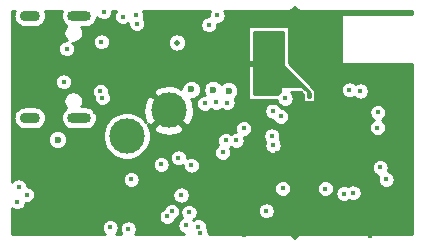
<source format=gbr>
%TF.GenerationSoftware,KiCad,Pcbnew,(5.1.9)-1*%
%TF.CreationDate,2021-05-29T14:53:35+02:00*%
%TF.ProjectId,Speed_sensor,53706565-645f-4736-956e-736f722e6b69,1.0*%
%TF.SameCoordinates,Original*%
%TF.FileFunction,Copper,L2,Inr*%
%TF.FilePolarity,Positive*%
%FSLAX46Y46*%
G04 Gerber Fmt 4.6, Leading zero omitted, Abs format (unit mm)*
G04 Created by KiCad (PCBNEW (5.1.9)-1) date 2021-05-29 14:53:35*
%MOMM*%
%LPD*%
G01*
G04 APERTURE LIST*
%TA.AperFunction,ComponentPad*%
%ADD10C,0.508000*%
%TD*%
%TA.AperFunction,ComponentPad*%
%ADD11C,3.000000*%
%TD*%
%TA.AperFunction,ComponentPad*%
%ADD12O,2.000000X0.900000*%
%TD*%
%TA.AperFunction,ComponentPad*%
%ADD13O,1.700000X0.900000*%
%TD*%
%TA.AperFunction,ViaPad*%
%ADD14C,0.400000*%
%TD*%
%TA.AperFunction,ViaPad*%
%ADD15C,0.600000*%
%TD*%
%TA.AperFunction,Conductor*%
%ADD16C,0.254000*%
%TD*%
%TA.AperFunction,Conductor*%
%ADD17C,0.100000*%
%TD*%
G04 APERTURE END LIST*
D10*
%TO.N,N/C*%
%TO.C,U1*%
X47675800Y-39598600D03*
%TD*%
D11*
%TO.N,+BATT*%
%TO.C,H17*%
X43434000Y-47498000D03*
%TD*%
%TO.N,GND*%
%TO.C,H18*%
X46990000Y-45339000D03*
%TD*%
D12*
%TO.N,Net-(J1-PadS1)*%
%TO.C,J1*%
X39395000Y-37336000D03*
X39395000Y-45976000D03*
D13*
X35225000Y-37336000D03*
X35225000Y-45976000D03*
%TD*%
D14*
%TO.N,+5V*%
X41219700Y-43720302D03*
X41500000Y-37000000D03*
X43100000Y-37400000D03*
X44200000Y-37300000D03*
X44300000Y-38000000D03*
X38100000Y-42926000D03*
X38354000Y-40132000D03*
X41376600Y-44259500D03*
X41287700Y-39535100D03*
%TO.N,BUCK_PGOOD*%
X46355000Y-49911000D03*
%TO.N,SPI_01_CS*%
X56480000Y-45835840D03*
X51940000Y-44680000D03*
%TO.N,AIN1*%
X60255360Y-51963030D03*
%TO.N,AIN2*%
X61821635Y-52376765D03*
%TO.N,AIN3*%
X62598300Y-52324000D03*
%TO.N,SWDIO*%
X62300000Y-43600000D03*
%TO.N,SWDCLK*%
X63200000Y-43700000D03*
%TO.N,SWO*%
X64673000Y-46800000D03*
%TO.N,~RESET~*%
X64700000Y-45500000D03*
%TO.N,SPI_MISO*%
X51020000Y-44660000D03*
X55730000Y-47489840D03*
%TO.N,SPI_MOSI*%
X50040000Y-44740000D03*
X55830000Y-48300000D03*
%TO.N,+3V0*%
X49500000Y-55190000D03*
X48920000Y-49980000D03*
X47820000Y-49360000D03*
X48450000Y-55080000D03*
X46860000Y-54320000D03*
X47250000Y-53900000D03*
X48710000Y-53960000D03*
X48040000Y-52510000D03*
X55245000Y-53848000D03*
X49657000Y-55753000D03*
X53340000Y-46863000D03*
X52705000Y-47879000D03*
X51816000Y-47879000D03*
X51562000Y-48895000D03*
X64897000Y-50165000D03*
X65405000Y-51181000D03*
X56642000Y-51943000D03*
X55820000Y-45400000D03*
X56850000Y-44320000D03*
%TO.N,GND*%
X41021000Y-37973000D03*
X40767000Y-45466000D03*
X45250000Y-39650601D03*
X50130000Y-40050600D03*
X44210000Y-41600000D03*
X44940000Y-40790000D03*
X46750000Y-38060000D03*
X47530000Y-37570000D03*
X47630000Y-37050000D03*
X48520000Y-38060000D03*
X53870000Y-38080000D03*
X54670000Y-37330000D03*
X56650000Y-39020000D03*
X54200000Y-44880000D03*
X64190000Y-51970000D03*
X64850000Y-52660000D03*
X64710000Y-55370000D03*
X64080000Y-55940000D03*
X58820000Y-52410000D03*
X58160000Y-53640000D03*
X54760000Y-55502002D03*
X53340000Y-55850000D03*
X50570000Y-53340000D03*
X49760000Y-54070000D03*
X49090000Y-52670000D03*
X50600000Y-51550000D03*
X50390000Y-50540000D03*
X49740000Y-50480000D03*
X60290000Y-42240000D03*
X65360000Y-43330000D03*
X66280000Y-43360000D03*
X66260000Y-42470000D03*
X57531000Y-40513000D03*
X58039000Y-39878000D03*
X59309000Y-39370000D03*
X59944000Y-39878000D03*
X51308000Y-52451000D03*
X52070000Y-53340000D03*
X42037000Y-53467000D03*
X34417000Y-54864000D03*
X36068000Y-54864000D03*
X35179000Y-55753000D03*
X34290000Y-50673000D03*
X34417000Y-50038000D03*
X40894000Y-50800000D03*
X41656000Y-50165000D03*
X42799000Y-52705000D03*
D15*
X38862000Y-50927000D03*
X38862000Y-53213000D03*
X43180000Y-42926000D03*
X42672000Y-43815000D03*
D14*
X54991000Y-47879000D03*
X51054000Y-46482000D03*
X49784000Y-47244000D03*
X49657000Y-46736000D03*
X49657000Y-46101000D03*
X54102000Y-48973000D03*
X54102000Y-48260000D03*
X44958000Y-51943000D03*
X44580267Y-50037184D03*
X45847000Y-53901902D03*
X67325000Y-37050000D03*
X66625000Y-37050000D03*
X65825000Y-37075000D03*
X65050000Y-37075000D03*
X64125000Y-37075000D03*
X63300000Y-37050000D03*
X62400000Y-37050000D03*
X61225000Y-37075000D03*
X61225000Y-38050000D03*
X61275000Y-39075000D03*
X61375000Y-40250000D03*
X61425000Y-41475000D03*
X62375000Y-41600000D03*
X63425000Y-41575000D03*
X64100000Y-41525000D03*
X67425000Y-41725000D03*
X67350000Y-42650000D03*
X67325000Y-43475000D03*
X67375000Y-44350000D03*
X67425000Y-45425000D03*
X67350000Y-46675000D03*
X65700000Y-46700000D03*
X65650000Y-45500000D03*
X65750000Y-44375000D03*
X60050000Y-37125000D03*
X58725000Y-37100000D03*
X57500000Y-37125000D03*
X57500000Y-38200000D03*
X57550000Y-39250000D03*
X67400000Y-47700000D03*
X67400000Y-48800000D03*
X65800000Y-48800000D03*
X65800000Y-47700000D03*
X57700000Y-44100000D03*
X63800000Y-44700000D03*
X55499000Y-39624000D03*
X55245000Y-41656000D03*
X55245000Y-43053000D03*
X54991000Y-45420001D03*
X54483000Y-43053000D03*
X55431002Y-40259000D03*
X56193029Y-48963029D03*
X65900000Y-50000000D03*
X67400000Y-50000000D03*
X67400000Y-51300000D03*
X67400000Y-52600000D03*
X67400000Y-55600000D03*
X67400000Y-54100000D03*
X65900000Y-55600000D03*
X65900000Y-54100000D03*
X65700000Y-52000000D03*
X48704500Y-47625000D03*
X49847500Y-49466500D03*
X48133000Y-48323500D03*
D15*
X34607500Y-47815500D03*
D14*
X57010300Y-54190900D03*
X58026300Y-54254400D03*
X58674000Y-53657500D03*
X41236900Y-38582600D03*
X41694100Y-45212000D03*
X55867300Y-55384700D03*
%TO.N,+BATT*%
X43561000Y-55372000D03*
X42037000Y-55245000D03*
X34163000Y-53086000D03*
X34962500Y-52488500D03*
X34290000Y-51816000D03*
D15*
X48895000Y-43561000D03*
X50753000Y-43584500D03*
X52070000Y-43688000D03*
D14*
X43815000Y-51181000D03*
X50400000Y-38100000D03*
X51100000Y-37300000D03*
D15*
X37592000Y-47815500D03*
%TD*%
D16*
%TO.N,GND*%
X57678809Y-36658158D02*
X57747789Y-36742211D01*
X57831842Y-36811191D01*
X57927737Y-36862448D01*
X58031789Y-36894012D01*
X58112891Y-36902000D01*
X58112892Y-36902000D01*
X58140000Y-36904670D01*
X58167109Y-36902000D01*
X67590000Y-36902000D01*
X67590000Y-37173000D01*
X61700000Y-37173000D01*
X61675224Y-37175440D01*
X61651399Y-37182667D01*
X61629443Y-37194403D01*
X61610197Y-37210197D01*
X61594403Y-37229443D01*
X61582667Y-37251399D01*
X61575440Y-37275224D01*
X61573000Y-37300000D01*
X61573000Y-41300000D01*
X61575440Y-41324776D01*
X61582667Y-41348601D01*
X61594403Y-41370557D01*
X61610197Y-41389803D01*
X61629443Y-41405597D01*
X61651399Y-41417333D01*
X61675224Y-41424560D01*
X61700000Y-41427000D01*
X67590000Y-41427000D01*
X67590001Y-55798000D01*
X58167108Y-55798000D01*
X58140000Y-55795330D01*
X58112891Y-55798000D01*
X58031789Y-55805988D01*
X57927737Y-55837552D01*
X57831842Y-55888809D01*
X57747789Y-55957789D01*
X57678809Y-56041842D01*
X57640000Y-56114448D01*
X57601191Y-56041842D01*
X57532211Y-55957789D01*
X57448158Y-55888809D01*
X57352263Y-55837552D01*
X57248211Y-55805988D01*
X57140000Y-55795330D01*
X57112892Y-55798000D01*
X50384000Y-55798000D01*
X50384000Y-55681397D01*
X50356062Y-55540942D01*
X50301259Y-55408636D01*
X50221698Y-55289564D01*
X50221481Y-55289347D01*
X50227000Y-55261603D01*
X50227000Y-55118397D01*
X50199062Y-54977942D01*
X50144259Y-54845636D01*
X50064698Y-54726564D01*
X49963436Y-54625302D01*
X49844364Y-54545741D01*
X49712058Y-54490938D01*
X49571603Y-54463000D01*
X49428397Y-54463000D01*
X49287942Y-54490938D01*
X49155636Y-54545741D01*
X49036564Y-54625302D01*
X49026956Y-54634910D01*
X49016857Y-54619795D01*
X49054364Y-54604259D01*
X49173436Y-54524698D01*
X49274698Y-54423436D01*
X49354259Y-54304364D01*
X49409062Y-54172058D01*
X49437000Y-54031603D01*
X49437000Y-53888397D01*
X49414723Y-53776397D01*
X54518000Y-53776397D01*
X54518000Y-53919603D01*
X54545938Y-54060058D01*
X54600741Y-54192364D01*
X54680302Y-54311436D01*
X54781564Y-54412698D01*
X54900636Y-54492259D01*
X55032942Y-54547062D01*
X55173397Y-54575000D01*
X55316603Y-54575000D01*
X55457058Y-54547062D01*
X55589364Y-54492259D01*
X55708436Y-54412698D01*
X55809698Y-54311436D01*
X55889259Y-54192364D01*
X55944062Y-54060058D01*
X55972000Y-53919603D01*
X55972000Y-53776397D01*
X55944062Y-53635942D01*
X55889259Y-53503636D01*
X55809698Y-53384564D01*
X55708436Y-53283302D01*
X55589364Y-53203741D01*
X55457058Y-53148938D01*
X55316603Y-53121000D01*
X55173397Y-53121000D01*
X55032942Y-53148938D01*
X54900636Y-53203741D01*
X54781564Y-53283302D01*
X54680302Y-53384564D01*
X54600741Y-53503636D01*
X54545938Y-53635942D01*
X54518000Y-53776397D01*
X49414723Y-53776397D01*
X49409062Y-53747942D01*
X49354259Y-53615636D01*
X49274698Y-53496564D01*
X49173436Y-53395302D01*
X49054364Y-53315741D01*
X48922058Y-53260938D01*
X48781603Y-53233000D01*
X48638397Y-53233000D01*
X48497942Y-53260938D01*
X48365636Y-53315741D01*
X48246564Y-53395302D01*
X48145302Y-53496564D01*
X48065741Y-53615636D01*
X48010938Y-53747942D01*
X47983000Y-53888397D01*
X47983000Y-54031603D01*
X48010938Y-54172058D01*
X48065741Y-54304364D01*
X48143143Y-54420205D01*
X48105636Y-54435741D01*
X47986564Y-54515302D01*
X47885302Y-54616564D01*
X47805741Y-54735636D01*
X47750938Y-54867942D01*
X47723000Y-55008397D01*
X47723000Y-55151603D01*
X47750938Y-55292058D01*
X47805741Y-55424364D01*
X47885302Y-55543436D01*
X47986564Y-55644698D01*
X48105636Y-55724259D01*
X48237942Y-55779062D01*
X48333151Y-55798000D01*
X44167108Y-55798000D01*
X44151724Y-55796485D01*
X44205259Y-55716364D01*
X44260062Y-55584058D01*
X44288000Y-55443603D01*
X44288000Y-55300397D01*
X44260062Y-55159942D01*
X44205259Y-55027636D01*
X44125698Y-54908564D01*
X44024436Y-54807302D01*
X43905364Y-54727741D01*
X43773058Y-54672938D01*
X43632603Y-54645000D01*
X43489397Y-54645000D01*
X43348942Y-54672938D01*
X43216636Y-54727741D01*
X43097564Y-54807302D01*
X42996302Y-54908564D01*
X42916741Y-55027636D01*
X42861938Y-55159942D01*
X42834000Y-55300397D01*
X42834000Y-55443603D01*
X42861938Y-55584058D01*
X42916741Y-55716364D01*
X42971288Y-55798000D01*
X42512134Y-55798000D01*
X42601698Y-55708436D01*
X42681259Y-55589364D01*
X42736062Y-55457058D01*
X42764000Y-55316603D01*
X42764000Y-55173397D01*
X42736062Y-55032942D01*
X42681259Y-54900636D01*
X42601698Y-54781564D01*
X42500436Y-54680302D01*
X42381364Y-54600741D01*
X42249058Y-54545938D01*
X42108603Y-54518000D01*
X41965397Y-54518000D01*
X41824942Y-54545938D01*
X41692636Y-54600741D01*
X41573564Y-54680302D01*
X41472302Y-54781564D01*
X41392741Y-54900636D01*
X41337938Y-55032942D01*
X41310000Y-55173397D01*
X41310000Y-55316603D01*
X41337938Y-55457058D01*
X41392741Y-55589364D01*
X41472302Y-55708436D01*
X41561866Y-55798000D01*
X33694000Y-55798000D01*
X33694000Y-54248397D01*
X46133000Y-54248397D01*
X46133000Y-54391603D01*
X46160938Y-54532058D01*
X46215741Y-54664364D01*
X46295302Y-54783436D01*
X46396564Y-54884698D01*
X46515636Y-54964259D01*
X46647942Y-55019062D01*
X46788397Y-55047000D01*
X46931603Y-55047000D01*
X47072058Y-55019062D01*
X47204364Y-54964259D01*
X47323436Y-54884698D01*
X47424698Y-54783436D01*
X47504259Y-54664364D01*
X47545650Y-54564437D01*
X47594364Y-54544259D01*
X47713436Y-54464698D01*
X47814698Y-54363436D01*
X47894259Y-54244364D01*
X47949062Y-54112058D01*
X47977000Y-53971603D01*
X47977000Y-53828397D01*
X47949062Y-53687942D01*
X47894259Y-53555636D01*
X47814698Y-53436564D01*
X47713436Y-53335302D01*
X47594364Y-53255741D01*
X47462058Y-53200938D01*
X47321603Y-53173000D01*
X47178397Y-53173000D01*
X47037942Y-53200938D01*
X46905636Y-53255741D01*
X46786564Y-53335302D01*
X46685302Y-53436564D01*
X46605741Y-53555636D01*
X46564350Y-53655563D01*
X46515636Y-53675741D01*
X46396564Y-53755302D01*
X46295302Y-53856564D01*
X46215741Y-53975636D01*
X46160938Y-54107942D01*
X46133000Y-54248397D01*
X33694000Y-54248397D01*
X33694000Y-53645134D01*
X33699564Y-53650698D01*
X33818636Y-53730259D01*
X33950942Y-53785062D01*
X34091397Y-53813000D01*
X34234603Y-53813000D01*
X34375058Y-53785062D01*
X34507364Y-53730259D01*
X34626436Y-53650698D01*
X34727698Y-53549436D01*
X34807259Y-53430364D01*
X34862062Y-53298058D01*
X34878956Y-53213125D01*
X34890897Y-53215500D01*
X35034103Y-53215500D01*
X35174558Y-53187562D01*
X35306864Y-53132759D01*
X35425936Y-53053198D01*
X35527198Y-52951936D01*
X35606759Y-52832864D01*
X35661562Y-52700558D01*
X35689500Y-52560103D01*
X35689500Y-52438397D01*
X47313000Y-52438397D01*
X47313000Y-52581603D01*
X47340938Y-52722058D01*
X47395741Y-52854364D01*
X47475302Y-52973436D01*
X47576564Y-53074698D01*
X47695636Y-53154259D01*
X47827942Y-53209062D01*
X47968397Y-53237000D01*
X48111603Y-53237000D01*
X48252058Y-53209062D01*
X48384364Y-53154259D01*
X48503436Y-53074698D01*
X48604698Y-52973436D01*
X48684259Y-52854364D01*
X48739062Y-52722058D01*
X48767000Y-52581603D01*
X48767000Y-52438397D01*
X48739062Y-52297942D01*
X48684259Y-52165636D01*
X48604698Y-52046564D01*
X48503436Y-51945302D01*
X48392829Y-51871397D01*
X55915000Y-51871397D01*
X55915000Y-52014603D01*
X55942938Y-52155058D01*
X55997741Y-52287364D01*
X56077302Y-52406436D01*
X56178564Y-52507698D01*
X56297636Y-52587259D01*
X56429942Y-52642062D01*
X56570397Y-52670000D01*
X56713603Y-52670000D01*
X56854058Y-52642062D01*
X56986364Y-52587259D01*
X57105436Y-52507698D01*
X57206698Y-52406436D01*
X57286259Y-52287364D01*
X57341062Y-52155058D01*
X57369000Y-52014603D01*
X57369000Y-51891427D01*
X59528360Y-51891427D01*
X59528360Y-52034633D01*
X59556298Y-52175088D01*
X59611101Y-52307394D01*
X59690662Y-52426466D01*
X59791924Y-52527728D01*
X59910996Y-52607289D01*
X60043302Y-52662092D01*
X60183757Y-52690030D01*
X60326963Y-52690030D01*
X60467418Y-52662092D01*
X60599724Y-52607289D01*
X60718796Y-52527728D01*
X60820058Y-52426466D01*
X60899619Y-52307394D01*
X60900543Y-52305162D01*
X61094635Y-52305162D01*
X61094635Y-52448368D01*
X61122573Y-52588823D01*
X61177376Y-52721129D01*
X61256937Y-52840201D01*
X61358199Y-52941463D01*
X61477271Y-53021024D01*
X61609577Y-53075827D01*
X61750032Y-53103765D01*
X61893238Y-53103765D01*
X62033693Y-53075827D01*
X62165999Y-53021024D01*
X62249452Y-52965263D01*
X62253936Y-52968259D01*
X62386242Y-53023062D01*
X62526697Y-53051000D01*
X62669903Y-53051000D01*
X62810358Y-53023062D01*
X62942664Y-52968259D01*
X63061736Y-52888698D01*
X63162998Y-52787436D01*
X63242559Y-52668364D01*
X63297362Y-52536058D01*
X63325300Y-52395603D01*
X63325300Y-52252397D01*
X63297362Y-52111942D01*
X63242559Y-51979636D01*
X63162998Y-51860564D01*
X63061736Y-51759302D01*
X62942664Y-51679741D01*
X62810358Y-51624938D01*
X62669903Y-51597000D01*
X62526697Y-51597000D01*
X62386242Y-51624938D01*
X62253936Y-51679741D01*
X62170483Y-51735502D01*
X62165999Y-51732506D01*
X62033693Y-51677703D01*
X61893238Y-51649765D01*
X61750032Y-51649765D01*
X61609577Y-51677703D01*
X61477271Y-51732506D01*
X61358199Y-51812067D01*
X61256937Y-51913329D01*
X61177376Y-52032401D01*
X61122573Y-52164707D01*
X61094635Y-52305162D01*
X60900543Y-52305162D01*
X60954422Y-52175088D01*
X60982360Y-52034633D01*
X60982360Y-51891427D01*
X60954422Y-51750972D01*
X60899619Y-51618666D01*
X60820058Y-51499594D01*
X60718796Y-51398332D01*
X60599724Y-51318771D01*
X60467418Y-51263968D01*
X60326963Y-51236030D01*
X60183757Y-51236030D01*
X60043302Y-51263968D01*
X59910996Y-51318771D01*
X59791924Y-51398332D01*
X59690662Y-51499594D01*
X59611101Y-51618666D01*
X59556298Y-51750972D01*
X59528360Y-51891427D01*
X57369000Y-51891427D01*
X57369000Y-51871397D01*
X57341062Y-51730942D01*
X57286259Y-51598636D01*
X57206698Y-51479564D01*
X57105436Y-51378302D01*
X56986364Y-51298741D01*
X56854058Y-51243938D01*
X56713603Y-51216000D01*
X56570397Y-51216000D01*
X56429942Y-51243938D01*
X56297636Y-51298741D01*
X56178564Y-51378302D01*
X56077302Y-51479564D01*
X55997741Y-51598636D01*
X55942938Y-51730942D01*
X55915000Y-51871397D01*
X48392829Y-51871397D01*
X48384364Y-51865741D01*
X48252058Y-51810938D01*
X48111603Y-51783000D01*
X47968397Y-51783000D01*
X47827942Y-51810938D01*
X47695636Y-51865741D01*
X47576564Y-51945302D01*
X47475302Y-52046564D01*
X47395741Y-52165636D01*
X47340938Y-52297942D01*
X47313000Y-52438397D01*
X35689500Y-52438397D01*
X35689500Y-52416897D01*
X35661562Y-52276442D01*
X35606759Y-52144136D01*
X35527198Y-52025064D01*
X35425936Y-51923802D01*
X35306864Y-51844241D01*
X35174558Y-51789438D01*
X35034103Y-51761500D01*
X35017000Y-51761500D01*
X35017000Y-51744397D01*
X34989062Y-51603942D01*
X34934259Y-51471636D01*
X34854698Y-51352564D01*
X34753436Y-51251302D01*
X34634364Y-51171741D01*
X34502058Y-51116938D01*
X34464147Y-51109397D01*
X43088000Y-51109397D01*
X43088000Y-51252603D01*
X43115938Y-51393058D01*
X43170741Y-51525364D01*
X43250302Y-51644436D01*
X43351564Y-51745698D01*
X43470636Y-51825259D01*
X43602942Y-51880062D01*
X43743397Y-51908000D01*
X43886603Y-51908000D01*
X44027058Y-51880062D01*
X44159364Y-51825259D01*
X44278436Y-51745698D01*
X44379698Y-51644436D01*
X44459259Y-51525364D01*
X44514062Y-51393058D01*
X44542000Y-51252603D01*
X44542000Y-51109397D01*
X44514062Y-50968942D01*
X44459259Y-50836636D01*
X44379698Y-50717564D01*
X44278436Y-50616302D01*
X44159364Y-50536741D01*
X44027058Y-50481938D01*
X43886603Y-50454000D01*
X43743397Y-50454000D01*
X43602942Y-50481938D01*
X43470636Y-50536741D01*
X43351564Y-50616302D01*
X43250302Y-50717564D01*
X43170741Y-50836636D01*
X43115938Y-50968942D01*
X43088000Y-51109397D01*
X34464147Y-51109397D01*
X34361603Y-51089000D01*
X34218397Y-51089000D01*
X34077942Y-51116938D01*
X33945636Y-51171741D01*
X33826564Y-51251302D01*
X33725302Y-51352564D01*
X33694000Y-51399411D01*
X33694000Y-49839397D01*
X45628000Y-49839397D01*
X45628000Y-49982603D01*
X45655938Y-50123058D01*
X45710741Y-50255364D01*
X45790302Y-50374436D01*
X45891564Y-50475698D01*
X46010636Y-50555259D01*
X46142942Y-50610062D01*
X46283397Y-50638000D01*
X46426603Y-50638000D01*
X46567058Y-50610062D01*
X46699364Y-50555259D01*
X46818436Y-50475698D01*
X46919698Y-50374436D01*
X46999259Y-50255364D01*
X47054062Y-50123058D01*
X47082000Y-49982603D01*
X47082000Y-49839397D01*
X47054062Y-49698942D01*
X46999259Y-49566636D01*
X46919698Y-49447564D01*
X46818436Y-49346302D01*
X46731775Y-49288397D01*
X47093000Y-49288397D01*
X47093000Y-49431603D01*
X47120938Y-49572058D01*
X47175741Y-49704364D01*
X47255302Y-49823436D01*
X47356564Y-49924698D01*
X47475636Y-50004259D01*
X47607942Y-50059062D01*
X47748397Y-50087000D01*
X47891603Y-50087000D01*
X48032058Y-50059062D01*
X48164364Y-50004259D01*
X48193000Y-49985125D01*
X48193000Y-50051603D01*
X48220938Y-50192058D01*
X48275741Y-50324364D01*
X48355302Y-50443436D01*
X48456564Y-50544698D01*
X48575636Y-50624259D01*
X48707942Y-50679062D01*
X48848397Y-50707000D01*
X48991603Y-50707000D01*
X49132058Y-50679062D01*
X49264364Y-50624259D01*
X49383436Y-50544698D01*
X49484698Y-50443436D01*
X49564259Y-50324364D01*
X49619062Y-50192058D01*
X49638686Y-50093397D01*
X64170000Y-50093397D01*
X64170000Y-50236603D01*
X64197938Y-50377058D01*
X64252741Y-50509364D01*
X64332302Y-50628436D01*
X64433564Y-50729698D01*
X64552636Y-50809259D01*
X64684942Y-50864062D01*
X64744476Y-50875904D01*
X64705938Y-50968942D01*
X64678000Y-51109397D01*
X64678000Y-51252603D01*
X64705938Y-51393058D01*
X64760741Y-51525364D01*
X64840302Y-51644436D01*
X64941564Y-51745698D01*
X65060636Y-51825259D01*
X65192942Y-51880062D01*
X65333397Y-51908000D01*
X65476603Y-51908000D01*
X65617058Y-51880062D01*
X65749364Y-51825259D01*
X65868436Y-51745698D01*
X65969698Y-51644436D01*
X66049259Y-51525364D01*
X66104062Y-51393058D01*
X66132000Y-51252603D01*
X66132000Y-51109397D01*
X66104062Y-50968942D01*
X66049259Y-50836636D01*
X65969698Y-50717564D01*
X65868436Y-50616302D01*
X65749364Y-50536741D01*
X65617058Y-50481938D01*
X65557524Y-50470096D01*
X65596062Y-50377058D01*
X65624000Y-50236603D01*
X65624000Y-50093397D01*
X65596062Y-49952942D01*
X65541259Y-49820636D01*
X65461698Y-49701564D01*
X65360436Y-49600302D01*
X65241364Y-49520741D01*
X65109058Y-49465938D01*
X64968603Y-49438000D01*
X64825397Y-49438000D01*
X64684942Y-49465938D01*
X64552636Y-49520741D01*
X64433564Y-49600302D01*
X64332302Y-49701564D01*
X64252741Y-49820636D01*
X64197938Y-49952942D01*
X64170000Y-50093397D01*
X49638686Y-50093397D01*
X49647000Y-50051603D01*
X49647000Y-49908397D01*
X49619062Y-49767942D01*
X49564259Y-49635636D01*
X49484698Y-49516564D01*
X49383436Y-49415302D01*
X49264364Y-49335741D01*
X49132058Y-49280938D01*
X48991603Y-49253000D01*
X48848397Y-49253000D01*
X48707942Y-49280938D01*
X48575636Y-49335741D01*
X48547000Y-49354875D01*
X48547000Y-49288397D01*
X48519062Y-49147942D01*
X48464259Y-49015636D01*
X48384698Y-48896564D01*
X48311531Y-48823397D01*
X50835000Y-48823397D01*
X50835000Y-48966603D01*
X50862938Y-49107058D01*
X50917741Y-49239364D01*
X50997302Y-49358436D01*
X51098564Y-49459698D01*
X51217636Y-49539259D01*
X51349942Y-49594062D01*
X51490397Y-49622000D01*
X51633603Y-49622000D01*
X51774058Y-49594062D01*
X51906364Y-49539259D01*
X52025436Y-49459698D01*
X52126698Y-49358436D01*
X52206259Y-49239364D01*
X52261062Y-49107058D01*
X52289000Y-48966603D01*
X52289000Y-48823397D01*
X52261062Y-48682942D01*
X52206259Y-48550636D01*
X52179447Y-48510508D01*
X52260500Y-48456351D01*
X52360636Y-48523259D01*
X52492942Y-48578062D01*
X52633397Y-48606000D01*
X52776603Y-48606000D01*
X52917058Y-48578062D01*
X53049364Y-48523259D01*
X53168436Y-48443698D01*
X53269698Y-48342436D01*
X53349259Y-48223364D01*
X53404062Y-48091058D01*
X53432000Y-47950603D01*
X53432000Y-47807397D01*
X53404062Y-47666942D01*
X53372192Y-47590000D01*
X53411603Y-47590000D01*
X53552058Y-47562062D01*
X53684364Y-47507259D01*
X53803436Y-47427698D01*
X53812897Y-47418237D01*
X55003000Y-47418237D01*
X55003000Y-47561443D01*
X55030938Y-47701898D01*
X55085741Y-47834204D01*
X55165302Y-47953276D01*
X55180446Y-47968420D01*
X55130938Y-48087942D01*
X55103000Y-48228397D01*
X55103000Y-48371603D01*
X55130938Y-48512058D01*
X55185741Y-48644364D01*
X55265302Y-48763436D01*
X55366564Y-48864698D01*
X55485636Y-48944259D01*
X55617942Y-48999062D01*
X55758397Y-49027000D01*
X55901603Y-49027000D01*
X56042058Y-48999062D01*
X56174364Y-48944259D01*
X56293436Y-48864698D01*
X56394698Y-48763436D01*
X56474259Y-48644364D01*
X56529062Y-48512058D01*
X56557000Y-48371603D01*
X56557000Y-48228397D01*
X56529062Y-48087942D01*
X56474259Y-47955636D01*
X56394698Y-47836564D01*
X56379554Y-47821420D01*
X56429062Y-47701898D01*
X56457000Y-47561443D01*
X56457000Y-47418237D01*
X56429062Y-47277782D01*
X56374259Y-47145476D01*
X56294698Y-47026404D01*
X56193436Y-46925142D01*
X56074364Y-46845581D01*
X55942058Y-46790778D01*
X55801603Y-46762840D01*
X55658397Y-46762840D01*
X55517942Y-46790778D01*
X55385636Y-46845581D01*
X55266564Y-46925142D01*
X55165302Y-47026404D01*
X55085741Y-47145476D01*
X55030938Y-47277782D01*
X55003000Y-47418237D01*
X53812897Y-47418237D01*
X53904698Y-47326436D01*
X53984259Y-47207364D01*
X54039062Y-47075058D01*
X54067000Y-46934603D01*
X54067000Y-46791397D01*
X54054469Y-46728397D01*
X63946000Y-46728397D01*
X63946000Y-46871603D01*
X63973938Y-47012058D01*
X64028741Y-47144364D01*
X64108302Y-47263436D01*
X64209564Y-47364698D01*
X64328636Y-47444259D01*
X64460942Y-47499062D01*
X64601397Y-47527000D01*
X64744603Y-47527000D01*
X64885058Y-47499062D01*
X65017364Y-47444259D01*
X65136436Y-47364698D01*
X65237698Y-47263436D01*
X65317259Y-47144364D01*
X65372062Y-47012058D01*
X65400000Y-46871603D01*
X65400000Y-46728397D01*
X65372062Y-46587942D01*
X65317259Y-46455636D01*
X65237698Y-46336564D01*
X65136436Y-46235302D01*
X65017364Y-46155741D01*
X65017004Y-46155592D01*
X65044364Y-46144259D01*
X65163436Y-46064698D01*
X65264698Y-45963436D01*
X65344259Y-45844364D01*
X65399062Y-45712058D01*
X65427000Y-45571603D01*
X65427000Y-45428397D01*
X65399062Y-45287942D01*
X65344259Y-45155636D01*
X65264698Y-45036564D01*
X65163436Y-44935302D01*
X65044364Y-44855741D01*
X64912058Y-44800938D01*
X64771603Y-44773000D01*
X64628397Y-44773000D01*
X64487942Y-44800938D01*
X64355636Y-44855741D01*
X64236564Y-44935302D01*
X64135302Y-45036564D01*
X64055741Y-45155636D01*
X64000938Y-45287942D01*
X63973000Y-45428397D01*
X63973000Y-45571603D01*
X64000938Y-45712058D01*
X64055741Y-45844364D01*
X64135302Y-45963436D01*
X64236564Y-46064698D01*
X64355636Y-46144259D01*
X64355996Y-46144408D01*
X64328636Y-46155741D01*
X64209564Y-46235302D01*
X64108302Y-46336564D01*
X64028741Y-46455636D01*
X63973938Y-46587942D01*
X63946000Y-46728397D01*
X54054469Y-46728397D01*
X54039062Y-46650942D01*
X53984259Y-46518636D01*
X53904698Y-46399564D01*
X53803436Y-46298302D01*
X53684364Y-46218741D01*
X53552058Y-46163938D01*
X53411603Y-46136000D01*
X53268397Y-46136000D01*
X53127942Y-46163938D01*
X52995636Y-46218741D01*
X52876564Y-46298302D01*
X52775302Y-46399564D01*
X52695741Y-46518636D01*
X52640938Y-46650942D01*
X52613000Y-46791397D01*
X52613000Y-46934603D01*
X52640938Y-47075058D01*
X52672808Y-47152000D01*
X52633397Y-47152000D01*
X52492942Y-47179938D01*
X52360636Y-47234741D01*
X52260500Y-47301649D01*
X52160364Y-47234741D01*
X52028058Y-47179938D01*
X51887603Y-47152000D01*
X51744397Y-47152000D01*
X51603942Y-47179938D01*
X51471636Y-47234741D01*
X51352564Y-47314302D01*
X51251302Y-47415564D01*
X51171741Y-47534636D01*
X51116938Y-47666942D01*
X51089000Y-47807397D01*
X51089000Y-47950603D01*
X51116938Y-48091058D01*
X51171741Y-48223364D01*
X51198553Y-48263492D01*
X51098564Y-48330302D01*
X50997302Y-48431564D01*
X50917741Y-48550636D01*
X50862938Y-48682942D01*
X50835000Y-48823397D01*
X48311531Y-48823397D01*
X48283436Y-48795302D01*
X48164364Y-48715741D01*
X48032058Y-48660938D01*
X47891603Y-48633000D01*
X47748397Y-48633000D01*
X47607942Y-48660938D01*
X47475636Y-48715741D01*
X47356564Y-48795302D01*
X47255302Y-48896564D01*
X47175741Y-49015636D01*
X47120938Y-49147942D01*
X47093000Y-49288397D01*
X46731775Y-49288397D01*
X46699364Y-49266741D01*
X46567058Y-49211938D01*
X46426603Y-49184000D01*
X46283397Y-49184000D01*
X46142942Y-49211938D01*
X46010636Y-49266741D01*
X45891564Y-49346302D01*
X45790302Y-49447564D01*
X45710741Y-49566636D01*
X45655938Y-49698942D01*
X45628000Y-49839397D01*
X33694000Y-49839397D01*
X33694000Y-47734048D01*
X36765000Y-47734048D01*
X36765000Y-47896952D01*
X36796782Y-48056727D01*
X36859123Y-48207231D01*
X36949628Y-48342681D01*
X37064819Y-48457872D01*
X37200269Y-48548377D01*
X37350773Y-48610718D01*
X37510548Y-48642500D01*
X37673452Y-48642500D01*
X37833227Y-48610718D01*
X37983731Y-48548377D01*
X38119181Y-48457872D01*
X38234372Y-48342681D01*
X38324877Y-48207231D01*
X38387218Y-48056727D01*
X38419000Y-47896952D01*
X38419000Y-47734048D01*
X38387218Y-47574273D01*
X38324877Y-47423769D01*
X38241080Y-47298358D01*
X41407000Y-47298358D01*
X41407000Y-47697642D01*
X41484896Y-48089254D01*
X41637696Y-48458145D01*
X41859526Y-48790137D01*
X42141863Y-49072474D01*
X42473855Y-49294304D01*
X42842746Y-49447104D01*
X43234358Y-49525000D01*
X43633642Y-49525000D01*
X44025254Y-49447104D01*
X44394145Y-49294304D01*
X44726137Y-49072474D01*
X45008474Y-48790137D01*
X45230304Y-48458145D01*
X45383104Y-48089254D01*
X45461000Y-47697642D01*
X45461000Y-47298358D01*
X45383104Y-46906746D01*
X45351586Y-46830653D01*
X45677952Y-46830653D01*
X45833962Y-47146214D01*
X46208745Y-47337020D01*
X46613551Y-47451044D01*
X47032824Y-47483902D01*
X47450451Y-47434334D01*
X47850383Y-47304243D01*
X48146038Y-47146214D01*
X48302048Y-46830653D01*
X46990000Y-45518605D01*
X45677952Y-46830653D01*
X45351586Y-46830653D01*
X45230304Y-46537855D01*
X45211022Y-46508998D01*
X45498347Y-46651048D01*
X46810395Y-45339000D01*
X45498347Y-44026952D01*
X45182786Y-44182962D01*
X44991980Y-44557745D01*
X44877956Y-44962551D01*
X44845098Y-45381824D01*
X44894666Y-45799451D01*
X45024757Y-46199383D01*
X45107179Y-46353585D01*
X45008474Y-46205863D01*
X44726137Y-45923526D01*
X44394145Y-45701696D01*
X44025254Y-45548896D01*
X43633642Y-45471000D01*
X43234358Y-45471000D01*
X42842746Y-45548896D01*
X42473855Y-45701696D01*
X42141863Y-45923526D01*
X41859526Y-46205863D01*
X41637696Y-46537855D01*
X41484896Y-46906746D01*
X41407000Y-47298358D01*
X38241080Y-47298358D01*
X38234372Y-47288319D01*
X38119181Y-47173128D01*
X37983731Y-47082623D01*
X37833227Y-47020282D01*
X37673452Y-46988500D01*
X37510548Y-46988500D01*
X37350773Y-47020282D01*
X37200269Y-47082623D01*
X37064819Y-47173128D01*
X36949628Y-47288319D01*
X36859123Y-47423769D01*
X36796782Y-47574273D01*
X36765000Y-47734048D01*
X33694000Y-47734048D01*
X33694000Y-45976000D01*
X33843273Y-45976000D01*
X33862137Y-46167525D01*
X33918003Y-46351691D01*
X34008724Y-46521418D01*
X34130814Y-46670186D01*
X34279582Y-46792276D01*
X34449309Y-46882997D01*
X34633475Y-46938863D01*
X34777007Y-46953000D01*
X35672993Y-46953000D01*
X35816525Y-46938863D01*
X36000691Y-46882997D01*
X36170418Y-46792276D01*
X36319186Y-46670186D01*
X36441276Y-46521418D01*
X36531997Y-46351691D01*
X36587863Y-46167525D01*
X36606727Y-45976000D01*
X37863273Y-45976000D01*
X37882137Y-46167525D01*
X37938003Y-46351691D01*
X38028724Y-46521418D01*
X38150814Y-46670186D01*
X38299582Y-46792276D01*
X38469309Y-46882997D01*
X38653475Y-46938863D01*
X38797007Y-46953000D01*
X39992993Y-46953000D01*
X40136525Y-46938863D01*
X40320691Y-46882997D01*
X40490418Y-46792276D01*
X40639186Y-46670186D01*
X40761276Y-46521418D01*
X40851997Y-46351691D01*
X40907863Y-46167525D01*
X40926727Y-45976000D01*
X40907863Y-45784475D01*
X40851997Y-45600309D01*
X40761276Y-45430582D01*
X40639186Y-45281814D01*
X40490418Y-45159724D01*
X40320691Y-45069003D01*
X40136525Y-45013137D01*
X39992993Y-44999000D01*
X39606938Y-44999000D01*
X39647877Y-44937731D01*
X39710218Y-44787227D01*
X39742000Y-44627452D01*
X39742000Y-44464548D01*
X39710218Y-44304773D01*
X39647877Y-44154269D01*
X39557372Y-44018819D01*
X39442181Y-43903628D01*
X39306731Y-43813123D01*
X39156227Y-43750782D01*
X38996452Y-43719000D01*
X38833548Y-43719000D01*
X38673773Y-43750782D01*
X38523269Y-43813123D01*
X38387819Y-43903628D01*
X38272628Y-44018819D01*
X38182123Y-44154269D01*
X38119782Y-44304773D01*
X38088000Y-44464548D01*
X38088000Y-44627452D01*
X38119782Y-44787227D01*
X38182123Y-44937731D01*
X38272628Y-45073181D01*
X38338415Y-45138968D01*
X38299582Y-45159724D01*
X38150814Y-45281814D01*
X38028724Y-45430582D01*
X37938003Y-45600309D01*
X37882137Y-45784475D01*
X37863273Y-45976000D01*
X36606727Y-45976000D01*
X36587863Y-45784475D01*
X36531997Y-45600309D01*
X36441276Y-45430582D01*
X36319186Y-45281814D01*
X36170418Y-45159724D01*
X36000691Y-45069003D01*
X35816525Y-45013137D01*
X35672993Y-44999000D01*
X34777007Y-44999000D01*
X34633475Y-45013137D01*
X34449309Y-45069003D01*
X34279582Y-45159724D01*
X34130814Y-45281814D01*
X34008724Y-45430582D01*
X33918003Y-45600309D01*
X33862137Y-45784475D01*
X33843273Y-45976000D01*
X33694000Y-45976000D01*
X33694000Y-42854397D01*
X37373000Y-42854397D01*
X37373000Y-42997603D01*
X37400938Y-43138058D01*
X37455741Y-43270364D01*
X37535302Y-43389436D01*
X37636564Y-43490698D01*
X37755636Y-43570259D01*
X37887942Y-43625062D01*
X38028397Y-43653000D01*
X38171603Y-43653000D01*
X38193225Y-43648699D01*
X40492700Y-43648699D01*
X40492700Y-43791905D01*
X40520638Y-43932360D01*
X40575441Y-44064666D01*
X40651477Y-44178462D01*
X40649600Y-44187897D01*
X40649600Y-44331103D01*
X40677538Y-44471558D01*
X40732341Y-44603864D01*
X40811902Y-44722936D01*
X40913164Y-44824198D01*
X41032236Y-44903759D01*
X41164542Y-44958562D01*
X41304997Y-44986500D01*
X41448203Y-44986500D01*
X41588658Y-44958562D01*
X41720964Y-44903759D01*
X41840036Y-44824198D01*
X41941298Y-44722936D01*
X42020859Y-44603864D01*
X42075662Y-44471558D01*
X42103600Y-44331103D01*
X42103600Y-44187897D01*
X42075662Y-44047442D01*
X42020859Y-43915136D01*
X41975564Y-43847347D01*
X45677952Y-43847347D01*
X46990000Y-45159395D01*
X47004143Y-45145253D01*
X47183748Y-45324858D01*
X47169605Y-45339000D01*
X48481653Y-46651048D01*
X48797214Y-46495038D01*
X48988020Y-46120255D01*
X49102044Y-45715449D01*
X49134902Y-45296176D01*
X49085334Y-44878549D01*
X49016976Y-44668397D01*
X49313000Y-44668397D01*
X49313000Y-44811603D01*
X49340938Y-44952058D01*
X49395741Y-45084364D01*
X49475302Y-45203436D01*
X49576564Y-45304698D01*
X49695636Y-45384259D01*
X49827942Y-45439062D01*
X49968397Y-45467000D01*
X50111603Y-45467000D01*
X50252058Y-45439062D01*
X50384364Y-45384259D01*
X50503436Y-45304698D01*
X50572673Y-45235461D01*
X50675636Y-45304259D01*
X50807942Y-45359062D01*
X50948397Y-45387000D01*
X51091603Y-45387000D01*
X51232058Y-45359062D01*
X51364364Y-45304259D01*
X51467327Y-45235461D01*
X51476564Y-45244698D01*
X51595636Y-45324259D01*
X51727942Y-45379062D01*
X51868397Y-45407000D01*
X52011603Y-45407000D01*
X52152058Y-45379062D01*
X52274373Y-45328397D01*
X55093000Y-45328397D01*
X55093000Y-45471603D01*
X55120938Y-45612058D01*
X55175741Y-45744364D01*
X55255302Y-45863436D01*
X55356564Y-45964698D01*
X55475636Y-46044259D01*
X55607942Y-46099062D01*
X55748397Y-46127000D01*
X55813703Y-46127000D01*
X55835741Y-46180204D01*
X55915302Y-46299276D01*
X56016564Y-46400538D01*
X56135636Y-46480099D01*
X56267942Y-46534902D01*
X56408397Y-46562840D01*
X56551603Y-46562840D01*
X56692058Y-46534902D01*
X56824364Y-46480099D01*
X56943436Y-46400538D01*
X57044698Y-46299276D01*
X57124259Y-46180204D01*
X57179062Y-46047898D01*
X57207000Y-45907443D01*
X57207000Y-45764237D01*
X57179062Y-45623782D01*
X57124259Y-45491476D01*
X57044698Y-45372404D01*
X56943436Y-45271142D01*
X56824364Y-45191581D01*
X56692058Y-45136778D01*
X56551603Y-45108840D01*
X56486297Y-45108840D01*
X56464259Y-45055636D01*
X56384698Y-44936564D01*
X56283436Y-44835302D01*
X56164364Y-44755741D01*
X56032058Y-44700938D01*
X55891603Y-44673000D01*
X55748397Y-44673000D01*
X55607942Y-44700938D01*
X55475636Y-44755741D01*
X55356564Y-44835302D01*
X55255302Y-44936564D01*
X55175741Y-45055636D01*
X55120938Y-45187942D01*
X55093000Y-45328397D01*
X52274373Y-45328397D01*
X52284364Y-45324259D01*
X52403436Y-45244698D01*
X52504698Y-45143436D01*
X52584259Y-45024364D01*
X52639062Y-44892058D01*
X52667000Y-44751603D01*
X52667000Y-44608397D01*
X52639062Y-44467942D01*
X52585352Y-44338276D01*
X52597181Y-44330372D01*
X52712372Y-44215181D01*
X52802877Y-44079731D01*
X52865218Y-43929227D01*
X52897000Y-43769452D01*
X52897000Y-43606548D01*
X52865218Y-43446773D01*
X52802877Y-43296269D01*
X52712372Y-43160819D01*
X52597181Y-43045628D01*
X52461731Y-42955123D01*
X52311227Y-42892782D01*
X52151452Y-42861000D01*
X51988548Y-42861000D01*
X51828773Y-42892782D01*
X51678269Y-42955123D01*
X51542819Y-43045628D01*
X51449748Y-43138699D01*
X51395372Y-43057319D01*
X51280181Y-42942128D01*
X51144731Y-42851623D01*
X50994227Y-42789282D01*
X50834452Y-42757500D01*
X50671548Y-42757500D01*
X50511773Y-42789282D01*
X50361269Y-42851623D01*
X50225819Y-42942128D01*
X50110628Y-43057319D01*
X50020123Y-43192769D01*
X49957782Y-43343273D01*
X49926000Y-43503048D01*
X49926000Y-43665952D01*
X49957782Y-43825727D01*
X50020123Y-43976231D01*
X50044691Y-44013000D01*
X49968397Y-44013000D01*
X49827942Y-44040938D01*
X49695636Y-44095741D01*
X49576564Y-44175302D01*
X49475302Y-44276564D01*
X49395741Y-44395636D01*
X49340938Y-44527942D01*
X49313000Y-44668397D01*
X49016976Y-44668397D01*
X48955243Y-44478617D01*
X48906808Y-44388000D01*
X48976452Y-44388000D01*
X49136227Y-44356218D01*
X49286731Y-44293877D01*
X49422181Y-44203372D01*
X49537372Y-44088181D01*
X49627877Y-43952731D01*
X49690218Y-43802227D01*
X49722000Y-43642452D01*
X49722000Y-43479548D01*
X49690218Y-43319773D01*
X49627877Y-43169269D01*
X49537372Y-43033819D01*
X49422181Y-42918628D01*
X49286731Y-42828123D01*
X49136227Y-42765782D01*
X48976452Y-42734000D01*
X48813548Y-42734000D01*
X48653773Y-42765782D01*
X48503269Y-42828123D01*
X48367819Y-42918628D01*
X48252628Y-43033819D01*
X48162123Y-43169269D01*
X48099782Y-43319773D01*
X48068000Y-43479548D01*
X48068000Y-43492056D01*
X47771255Y-43340980D01*
X47366449Y-43226956D01*
X46947176Y-43194098D01*
X46529549Y-43243666D01*
X46129617Y-43373757D01*
X45833962Y-43531786D01*
X45677952Y-43847347D01*
X41975564Y-43847347D01*
X41944823Y-43801340D01*
X41946700Y-43791905D01*
X41946700Y-43648699D01*
X41918762Y-43508244D01*
X41863959Y-43375938D01*
X41784398Y-43256866D01*
X41683136Y-43155604D01*
X41564064Y-43076043D01*
X41431758Y-43021240D01*
X41291303Y-42993302D01*
X41148097Y-42993302D01*
X41007642Y-43021240D01*
X40875336Y-43076043D01*
X40756264Y-43155604D01*
X40655002Y-43256866D01*
X40575441Y-43375938D01*
X40520638Y-43508244D01*
X40492700Y-43648699D01*
X38193225Y-43648699D01*
X38312058Y-43625062D01*
X38444364Y-43570259D01*
X38563436Y-43490698D01*
X38664698Y-43389436D01*
X38744259Y-43270364D01*
X38799062Y-43138058D01*
X38827000Y-42997603D01*
X38827000Y-42854397D01*
X38799062Y-42713942D01*
X38744259Y-42581636D01*
X38664698Y-42462564D01*
X38563436Y-42361302D01*
X38444364Y-42281741D01*
X38312058Y-42226938D01*
X38171603Y-42199000D01*
X38028397Y-42199000D01*
X37887942Y-42226938D01*
X37755636Y-42281741D01*
X37636564Y-42361302D01*
X37535302Y-42462564D01*
X37455741Y-42581636D01*
X37400938Y-42713942D01*
X37373000Y-42854397D01*
X33694000Y-42854397D01*
X33694000Y-36902000D01*
X33949170Y-36902000D01*
X33918003Y-36960309D01*
X33862137Y-37144475D01*
X33843273Y-37336000D01*
X33862137Y-37527525D01*
X33918003Y-37711691D01*
X34008724Y-37881418D01*
X34130814Y-38030186D01*
X34279582Y-38152276D01*
X34449309Y-38242997D01*
X34633475Y-38298863D01*
X34777007Y-38313000D01*
X35672993Y-38313000D01*
X35816525Y-38298863D01*
X36000691Y-38242997D01*
X36170418Y-38152276D01*
X36319186Y-38030186D01*
X36441276Y-37881418D01*
X36531997Y-37711691D01*
X36587863Y-37527525D01*
X36606727Y-37336000D01*
X36587863Y-37144475D01*
X36531997Y-36960309D01*
X36500830Y-36902000D01*
X37969170Y-36902000D01*
X37938003Y-36960309D01*
X37882137Y-37144475D01*
X37863273Y-37336000D01*
X37882137Y-37527525D01*
X37938003Y-37711691D01*
X38028724Y-37881418D01*
X38150814Y-38030186D01*
X38299582Y-38152276D01*
X38338415Y-38173032D01*
X38272628Y-38238819D01*
X38182123Y-38374269D01*
X38119782Y-38524773D01*
X38088000Y-38684548D01*
X38088000Y-38847452D01*
X38119782Y-39007227D01*
X38182123Y-39157731D01*
X38272628Y-39293181D01*
X38384447Y-39405000D01*
X38282397Y-39405000D01*
X38141942Y-39432938D01*
X38009636Y-39487741D01*
X37890564Y-39567302D01*
X37789302Y-39668564D01*
X37709741Y-39787636D01*
X37654938Y-39919942D01*
X37627000Y-40060397D01*
X37627000Y-40203603D01*
X37654938Y-40344058D01*
X37709741Y-40476364D01*
X37789302Y-40595436D01*
X37890564Y-40696698D01*
X38009636Y-40776259D01*
X38141942Y-40831062D01*
X38282397Y-40859000D01*
X38425603Y-40859000D01*
X38566058Y-40831062D01*
X38698364Y-40776259D01*
X38817436Y-40696698D01*
X38918698Y-40595436D01*
X38998259Y-40476364D01*
X39053062Y-40344058D01*
X39081000Y-40203603D01*
X39081000Y-40060397D01*
X39053062Y-39919942D01*
X38998259Y-39787636D01*
X38918698Y-39668564D01*
X38843134Y-39593000D01*
X38996452Y-39593000D01*
X39156227Y-39561218D01*
X39306731Y-39498877D01*
X39359680Y-39463497D01*
X40560700Y-39463497D01*
X40560700Y-39606703D01*
X40588638Y-39747158D01*
X40643441Y-39879464D01*
X40723002Y-39998536D01*
X40824264Y-40099798D01*
X40943336Y-40179359D01*
X41075642Y-40234162D01*
X41216097Y-40262100D01*
X41359303Y-40262100D01*
X41499758Y-40234162D01*
X41632064Y-40179359D01*
X41751136Y-40099798D01*
X41852398Y-39998536D01*
X41931959Y-39879464D01*
X41986762Y-39747158D01*
X42014700Y-39606703D01*
X42014700Y-39521678D01*
X46894800Y-39521678D01*
X46894800Y-39675522D01*
X46924813Y-39826409D01*
X46983687Y-39968542D01*
X47069158Y-40096459D01*
X47177941Y-40205242D01*
X47305858Y-40290713D01*
X47447991Y-40349587D01*
X47598878Y-40379600D01*
X47752722Y-40379600D01*
X47903609Y-40349587D01*
X48045742Y-40290713D01*
X48173659Y-40205242D01*
X48282442Y-40096459D01*
X48367913Y-39968542D01*
X48426787Y-39826409D01*
X48456800Y-39675522D01*
X48456800Y-39521678D01*
X48426787Y-39370791D01*
X48367913Y-39228658D01*
X48282442Y-39100741D01*
X48173659Y-38991958D01*
X48045742Y-38906487D01*
X47903609Y-38847613D01*
X47752722Y-38817600D01*
X47598878Y-38817600D01*
X47447991Y-38847613D01*
X47305858Y-38906487D01*
X47177941Y-38991958D01*
X47069158Y-39100741D01*
X46983687Y-39228658D01*
X46924813Y-39370791D01*
X46894800Y-39521678D01*
X42014700Y-39521678D01*
X42014700Y-39463497D01*
X41986762Y-39323042D01*
X41931959Y-39190736D01*
X41852398Y-39071664D01*
X41751136Y-38970402D01*
X41632064Y-38890841D01*
X41499758Y-38836038D01*
X41359303Y-38808100D01*
X41216097Y-38808100D01*
X41075642Y-38836038D01*
X40943336Y-38890841D01*
X40824264Y-38970402D01*
X40723002Y-39071664D01*
X40643441Y-39190736D01*
X40588638Y-39323042D01*
X40560700Y-39463497D01*
X39359680Y-39463497D01*
X39442181Y-39408372D01*
X39557372Y-39293181D01*
X39647877Y-39157731D01*
X39710218Y-39007227D01*
X39742000Y-38847452D01*
X39742000Y-38684548D01*
X39710218Y-38524773D01*
X39647877Y-38374269D01*
X39606938Y-38313000D01*
X39992993Y-38313000D01*
X40136525Y-38298863D01*
X40320691Y-38242997D01*
X40490418Y-38152276D01*
X40639186Y-38030186D01*
X40761276Y-37881418D01*
X40851997Y-37711691D01*
X40907863Y-37527525D01*
X40916889Y-37435880D01*
X40935302Y-37463436D01*
X41036564Y-37564698D01*
X41155636Y-37644259D01*
X41287942Y-37699062D01*
X41428397Y-37727000D01*
X41571603Y-37727000D01*
X41712058Y-37699062D01*
X41844364Y-37644259D01*
X41963436Y-37564698D01*
X42064698Y-37463436D01*
X42144259Y-37344364D01*
X42199062Y-37212058D01*
X42227000Y-37071603D01*
X42227000Y-36928397D01*
X42221749Y-36902000D01*
X42569866Y-36902000D01*
X42535302Y-36936564D01*
X42455741Y-37055636D01*
X42400938Y-37187942D01*
X42373000Y-37328397D01*
X42373000Y-37471603D01*
X42400938Y-37612058D01*
X42455741Y-37744364D01*
X42535302Y-37863436D01*
X42636564Y-37964698D01*
X42755636Y-38044259D01*
X42887942Y-38099062D01*
X43028397Y-38127000D01*
X43171603Y-38127000D01*
X43312058Y-38099062D01*
X43444364Y-38044259D01*
X43563436Y-37964698D01*
X43573000Y-37955134D01*
X43573000Y-38071603D01*
X43600938Y-38212058D01*
X43655741Y-38344364D01*
X43735302Y-38463436D01*
X43836564Y-38564698D01*
X43955636Y-38644259D01*
X44087942Y-38699062D01*
X44228397Y-38727000D01*
X44371603Y-38727000D01*
X44512058Y-38699062D01*
X44644364Y-38644259D01*
X44763436Y-38564698D01*
X44864698Y-38463436D01*
X44944259Y-38344364D01*
X44999062Y-38212058D01*
X45027000Y-38071603D01*
X45027000Y-37928397D01*
X44999062Y-37787942D01*
X44944259Y-37655636D01*
X44879645Y-37558934D01*
X44899062Y-37512058D01*
X44927000Y-37371603D01*
X44927000Y-37228397D01*
X44899062Y-37087942D01*
X44844259Y-36955636D01*
X44808421Y-36902000D01*
X50491579Y-36902000D01*
X50455741Y-36955636D01*
X50400938Y-37087942D01*
X50373000Y-37228397D01*
X50373000Y-37371603D01*
X50373278Y-37373000D01*
X50328397Y-37373000D01*
X50187942Y-37400938D01*
X50055636Y-37455741D01*
X49936564Y-37535302D01*
X49835302Y-37636564D01*
X49755741Y-37755636D01*
X49700938Y-37887942D01*
X49673000Y-38028397D01*
X49673000Y-38171603D01*
X49700938Y-38312058D01*
X49755741Y-38444364D01*
X49835302Y-38563436D01*
X49936564Y-38664698D01*
X50055636Y-38744259D01*
X50187942Y-38799062D01*
X50328397Y-38827000D01*
X50471603Y-38827000D01*
X50612058Y-38799062D01*
X50744364Y-38744259D01*
X50863436Y-38664698D01*
X50964698Y-38563436D01*
X51044259Y-38444364D01*
X51081689Y-38354000D01*
X53721000Y-38354000D01*
X53721000Y-44323000D01*
X53723440Y-44347776D01*
X53730667Y-44371601D01*
X53742403Y-44393557D01*
X53758197Y-44412803D01*
X53777443Y-44428597D01*
X53799399Y-44440333D01*
X53823224Y-44447560D01*
X53848000Y-44450000D01*
X56134616Y-44450000D01*
X56150938Y-44532058D01*
X56205741Y-44664364D01*
X56285302Y-44783436D01*
X56386564Y-44884698D01*
X56505636Y-44964259D01*
X56637942Y-45019062D01*
X56778397Y-45047000D01*
X56921603Y-45047000D01*
X57062058Y-45019062D01*
X57194364Y-44964259D01*
X57313436Y-44884698D01*
X57414698Y-44783436D01*
X57494259Y-44664364D01*
X57549062Y-44532058D01*
X57577000Y-44391603D01*
X57577000Y-44248397D01*
X57549062Y-44107942D01*
X57494259Y-43975636D01*
X57414698Y-43856564D01*
X57373134Y-43815000D01*
X58176894Y-43815000D01*
X58356500Y-43994606D01*
X58356500Y-44513500D01*
X58358940Y-44538276D01*
X58366167Y-44562101D01*
X58377903Y-44584057D01*
X58393697Y-44603303D01*
X58412943Y-44619097D01*
X58434899Y-44630833D01*
X58458724Y-44638060D01*
X58483500Y-44640500D01*
X59245500Y-44640500D01*
X59270276Y-44638060D01*
X59294101Y-44630833D01*
X59316057Y-44619097D01*
X59335303Y-44603303D01*
X59351097Y-44584057D01*
X59362833Y-44562101D01*
X59370060Y-44538276D01*
X59372500Y-44513500D01*
X59372500Y-43688000D01*
X59370060Y-43663224D01*
X59362833Y-43639399D01*
X59351097Y-43617443D01*
X59336558Y-43599471D01*
X59267459Y-43528397D01*
X61573000Y-43528397D01*
X61573000Y-43671603D01*
X61600938Y-43812058D01*
X61655741Y-43944364D01*
X61735302Y-44063436D01*
X61836564Y-44164698D01*
X61955636Y-44244259D01*
X62087942Y-44299062D01*
X62228397Y-44327000D01*
X62371603Y-44327000D01*
X62512058Y-44299062D01*
X62644364Y-44244259D01*
X62687382Y-44215516D01*
X62736564Y-44264698D01*
X62855636Y-44344259D01*
X62987942Y-44399062D01*
X63128397Y-44427000D01*
X63271603Y-44427000D01*
X63412058Y-44399062D01*
X63544364Y-44344259D01*
X63663436Y-44264698D01*
X63764698Y-44163436D01*
X63844259Y-44044364D01*
X63899062Y-43912058D01*
X63927000Y-43771603D01*
X63927000Y-43628397D01*
X63899062Y-43487942D01*
X63844259Y-43355636D01*
X63764698Y-43236564D01*
X63663436Y-43135302D01*
X63544364Y-43055741D01*
X63412058Y-43000938D01*
X63271603Y-42973000D01*
X63128397Y-42973000D01*
X62987942Y-43000938D01*
X62855636Y-43055741D01*
X62812618Y-43084484D01*
X62763436Y-43035302D01*
X62644364Y-42955741D01*
X62512058Y-42900938D01*
X62371603Y-42873000D01*
X62228397Y-42873000D01*
X62087942Y-42900938D01*
X61955636Y-42955741D01*
X61836564Y-43035302D01*
X61735302Y-43136564D01*
X61655741Y-43255636D01*
X61600938Y-43387942D01*
X61573000Y-43528397D01*
X59267459Y-43528397D01*
X57150000Y-41350440D01*
X57150000Y-38354000D01*
X57147560Y-38329224D01*
X57140333Y-38305399D01*
X57128597Y-38283443D01*
X57112803Y-38264197D01*
X57093557Y-38248403D01*
X57071601Y-38236667D01*
X57047776Y-38229440D01*
X57023000Y-38227000D01*
X53848000Y-38227000D01*
X53823224Y-38229440D01*
X53799399Y-38236667D01*
X53777443Y-38248403D01*
X53758197Y-38264197D01*
X53742403Y-38283443D01*
X53730667Y-38305399D01*
X53723440Y-38329224D01*
X53721000Y-38354000D01*
X51081689Y-38354000D01*
X51099062Y-38312058D01*
X51127000Y-38171603D01*
X51127000Y-38028397D01*
X51126722Y-38027000D01*
X51171603Y-38027000D01*
X51312058Y-37999062D01*
X51444364Y-37944259D01*
X51563436Y-37864698D01*
X51664698Y-37763436D01*
X51744259Y-37644364D01*
X51799062Y-37512058D01*
X51827000Y-37371603D01*
X51827000Y-37228397D01*
X51799062Y-37087942D01*
X51744259Y-36955636D01*
X51708421Y-36902000D01*
X57112891Y-36902000D01*
X57140000Y-36904670D01*
X57167108Y-36902000D01*
X57167109Y-36902000D01*
X57248211Y-36894012D01*
X57352263Y-36862448D01*
X57448158Y-36811191D01*
X57532211Y-36742211D01*
X57601191Y-36658158D01*
X57640000Y-36585552D01*
X57678809Y-36658158D01*
%TA.AperFunction,Conductor*%
D17*
G36*
X57678809Y-36658158D02*
G01*
X57747789Y-36742211D01*
X57831842Y-36811191D01*
X57927737Y-36862448D01*
X58031789Y-36894012D01*
X58112891Y-36902000D01*
X58112892Y-36902000D01*
X58140000Y-36904670D01*
X58167109Y-36902000D01*
X67590000Y-36902000D01*
X67590000Y-37173000D01*
X61700000Y-37173000D01*
X61675224Y-37175440D01*
X61651399Y-37182667D01*
X61629443Y-37194403D01*
X61610197Y-37210197D01*
X61594403Y-37229443D01*
X61582667Y-37251399D01*
X61575440Y-37275224D01*
X61573000Y-37300000D01*
X61573000Y-41300000D01*
X61575440Y-41324776D01*
X61582667Y-41348601D01*
X61594403Y-41370557D01*
X61610197Y-41389803D01*
X61629443Y-41405597D01*
X61651399Y-41417333D01*
X61675224Y-41424560D01*
X61700000Y-41427000D01*
X67590000Y-41427000D01*
X67590001Y-55798000D01*
X58167108Y-55798000D01*
X58140000Y-55795330D01*
X58112891Y-55798000D01*
X58031789Y-55805988D01*
X57927737Y-55837552D01*
X57831842Y-55888809D01*
X57747789Y-55957789D01*
X57678809Y-56041842D01*
X57640000Y-56114448D01*
X57601191Y-56041842D01*
X57532211Y-55957789D01*
X57448158Y-55888809D01*
X57352263Y-55837552D01*
X57248211Y-55805988D01*
X57140000Y-55795330D01*
X57112892Y-55798000D01*
X50384000Y-55798000D01*
X50384000Y-55681397D01*
X50356062Y-55540942D01*
X50301259Y-55408636D01*
X50221698Y-55289564D01*
X50221481Y-55289347D01*
X50227000Y-55261603D01*
X50227000Y-55118397D01*
X50199062Y-54977942D01*
X50144259Y-54845636D01*
X50064698Y-54726564D01*
X49963436Y-54625302D01*
X49844364Y-54545741D01*
X49712058Y-54490938D01*
X49571603Y-54463000D01*
X49428397Y-54463000D01*
X49287942Y-54490938D01*
X49155636Y-54545741D01*
X49036564Y-54625302D01*
X49026956Y-54634910D01*
X49016857Y-54619795D01*
X49054364Y-54604259D01*
X49173436Y-54524698D01*
X49274698Y-54423436D01*
X49354259Y-54304364D01*
X49409062Y-54172058D01*
X49437000Y-54031603D01*
X49437000Y-53888397D01*
X49414723Y-53776397D01*
X54518000Y-53776397D01*
X54518000Y-53919603D01*
X54545938Y-54060058D01*
X54600741Y-54192364D01*
X54680302Y-54311436D01*
X54781564Y-54412698D01*
X54900636Y-54492259D01*
X55032942Y-54547062D01*
X55173397Y-54575000D01*
X55316603Y-54575000D01*
X55457058Y-54547062D01*
X55589364Y-54492259D01*
X55708436Y-54412698D01*
X55809698Y-54311436D01*
X55889259Y-54192364D01*
X55944062Y-54060058D01*
X55972000Y-53919603D01*
X55972000Y-53776397D01*
X55944062Y-53635942D01*
X55889259Y-53503636D01*
X55809698Y-53384564D01*
X55708436Y-53283302D01*
X55589364Y-53203741D01*
X55457058Y-53148938D01*
X55316603Y-53121000D01*
X55173397Y-53121000D01*
X55032942Y-53148938D01*
X54900636Y-53203741D01*
X54781564Y-53283302D01*
X54680302Y-53384564D01*
X54600741Y-53503636D01*
X54545938Y-53635942D01*
X54518000Y-53776397D01*
X49414723Y-53776397D01*
X49409062Y-53747942D01*
X49354259Y-53615636D01*
X49274698Y-53496564D01*
X49173436Y-53395302D01*
X49054364Y-53315741D01*
X48922058Y-53260938D01*
X48781603Y-53233000D01*
X48638397Y-53233000D01*
X48497942Y-53260938D01*
X48365636Y-53315741D01*
X48246564Y-53395302D01*
X48145302Y-53496564D01*
X48065741Y-53615636D01*
X48010938Y-53747942D01*
X47983000Y-53888397D01*
X47983000Y-54031603D01*
X48010938Y-54172058D01*
X48065741Y-54304364D01*
X48143143Y-54420205D01*
X48105636Y-54435741D01*
X47986564Y-54515302D01*
X47885302Y-54616564D01*
X47805741Y-54735636D01*
X47750938Y-54867942D01*
X47723000Y-55008397D01*
X47723000Y-55151603D01*
X47750938Y-55292058D01*
X47805741Y-55424364D01*
X47885302Y-55543436D01*
X47986564Y-55644698D01*
X48105636Y-55724259D01*
X48237942Y-55779062D01*
X48333151Y-55798000D01*
X44167108Y-55798000D01*
X44151724Y-55796485D01*
X44205259Y-55716364D01*
X44260062Y-55584058D01*
X44288000Y-55443603D01*
X44288000Y-55300397D01*
X44260062Y-55159942D01*
X44205259Y-55027636D01*
X44125698Y-54908564D01*
X44024436Y-54807302D01*
X43905364Y-54727741D01*
X43773058Y-54672938D01*
X43632603Y-54645000D01*
X43489397Y-54645000D01*
X43348942Y-54672938D01*
X43216636Y-54727741D01*
X43097564Y-54807302D01*
X42996302Y-54908564D01*
X42916741Y-55027636D01*
X42861938Y-55159942D01*
X42834000Y-55300397D01*
X42834000Y-55443603D01*
X42861938Y-55584058D01*
X42916741Y-55716364D01*
X42971288Y-55798000D01*
X42512134Y-55798000D01*
X42601698Y-55708436D01*
X42681259Y-55589364D01*
X42736062Y-55457058D01*
X42764000Y-55316603D01*
X42764000Y-55173397D01*
X42736062Y-55032942D01*
X42681259Y-54900636D01*
X42601698Y-54781564D01*
X42500436Y-54680302D01*
X42381364Y-54600741D01*
X42249058Y-54545938D01*
X42108603Y-54518000D01*
X41965397Y-54518000D01*
X41824942Y-54545938D01*
X41692636Y-54600741D01*
X41573564Y-54680302D01*
X41472302Y-54781564D01*
X41392741Y-54900636D01*
X41337938Y-55032942D01*
X41310000Y-55173397D01*
X41310000Y-55316603D01*
X41337938Y-55457058D01*
X41392741Y-55589364D01*
X41472302Y-55708436D01*
X41561866Y-55798000D01*
X33694000Y-55798000D01*
X33694000Y-54248397D01*
X46133000Y-54248397D01*
X46133000Y-54391603D01*
X46160938Y-54532058D01*
X46215741Y-54664364D01*
X46295302Y-54783436D01*
X46396564Y-54884698D01*
X46515636Y-54964259D01*
X46647942Y-55019062D01*
X46788397Y-55047000D01*
X46931603Y-55047000D01*
X47072058Y-55019062D01*
X47204364Y-54964259D01*
X47323436Y-54884698D01*
X47424698Y-54783436D01*
X47504259Y-54664364D01*
X47545650Y-54564437D01*
X47594364Y-54544259D01*
X47713436Y-54464698D01*
X47814698Y-54363436D01*
X47894259Y-54244364D01*
X47949062Y-54112058D01*
X47977000Y-53971603D01*
X47977000Y-53828397D01*
X47949062Y-53687942D01*
X47894259Y-53555636D01*
X47814698Y-53436564D01*
X47713436Y-53335302D01*
X47594364Y-53255741D01*
X47462058Y-53200938D01*
X47321603Y-53173000D01*
X47178397Y-53173000D01*
X47037942Y-53200938D01*
X46905636Y-53255741D01*
X46786564Y-53335302D01*
X46685302Y-53436564D01*
X46605741Y-53555636D01*
X46564350Y-53655563D01*
X46515636Y-53675741D01*
X46396564Y-53755302D01*
X46295302Y-53856564D01*
X46215741Y-53975636D01*
X46160938Y-54107942D01*
X46133000Y-54248397D01*
X33694000Y-54248397D01*
X33694000Y-53645134D01*
X33699564Y-53650698D01*
X33818636Y-53730259D01*
X33950942Y-53785062D01*
X34091397Y-53813000D01*
X34234603Y-53813000D01*
X34375058Y-53785062D01*
X34507364Y-53730259D01*
X34626436Y-53650698D01*
X34727698Y-53549436D01*
X34807259Y-53430364D01*
X34862062Y-53298058D01*
X34878956Y-53213125D01*
X34890897Y-53215500D01*
X35034103Y-53215500D01*
X35174558Y-53187562D01*
X35306864Y-53132759D01*
X35425936Y-53053198D01*
X35527198Y-52951936D01*
X35606759Y-52832864D01*
X35661562Y-52700558D01*
X35689500Y-52560103D01*
X35689500Y-52438397D01*
X47313000Y-52438397D01*
X47313000Y-52581603D01*
X47340938Y-52722058D01*
X47395741Y-52854364D01*
X47475302Y-52973436D01*
X47576564Y-53074698D01*
X47695636Y-53154259D01*
X47827942Y-53209062D01*
X47968397Y-53237000D01*
X48111603Y-53237000D01*
X48252058Y-53209062D01*
X48384364Y-53154259D01*
X48503436Y-53074698D01*
X48604698Y-52973436D01*
X48684259Y-52854364D01*
X48739062Y-52722058D01*
X48767000Y-52581603D01*
X48767000Y-52438397D01*
X48739062Y-52297942D01*
X48684259Y-52165636D01*
X48604698Y-52046564D01*
X48503436Y-51945302D01*
X48392829Y-51871397D01*
X55915000Y-51871397D01*
X55915000Y-52014603D01*
X55942938Y-52155058D01*
X55997741Y-52287364D01*
X56077302Y-52406436D01*
X56178564Y-52507698D01*
X56297636Y-52587259D01*
X56429942Y-52642062D01*
X56570397Y-52670000D01*
X56713603Y-52670000D01*
X56854058Y-52642062D01*
X56986364Y-52587259D01*
X57105436Y-52507698D01*
X57206698Y-52406436D01*
X57286259Y-52287364D01*
X57341062Y-52155058D01*
X57369000Y-52014603D01*
X57369000Y-51891427D01*
X59528360Y-51891427D01*
X59528360Y-52034633D01*
X59556298Y-52175088D01*
X59611101Y-52307394D01*
X59690662Y-52426466D01*
X59791924Y-52527728D01*
X59910996Y-52607289D01*
X60043302Y-52662092D01*
X60183757Y-52690030D01*
X60326963Y-52690030D01*
X60467418Y-52662092D01*
X60599724Y-52607289D01*
X60718796Y-52527728D01*
X60820058Y-52426466D01*
X60899619Y-52307394D01*
X60900543Y-52305162D01*
X61094635Y-52305162D01*
X61094635Y-52448368D01*
X61122573Y-52588823D01*
X61177376Y-52721129D01*
X61256937Y-52840201D01*
X61358199Y-52941463D01*
X61477271Y-53021024D01*
X61609577Y-53075827D01*
X61750032Y-53103765D01*
X61893238Y-53103765D01*
X62033693Y-53075827D01*
X62165999Y-53021024D01*
X62249452Y-52965263D01*
X62253936Y-52968259D01*
X62386242Y-53023062D01*
X62526697Y-53051000D01*
X62669903Y-53051000D01*
X62810358Y-53023062D01*
X62942664Y-52968259D01*
X63061736Y-52888698D01*
X63162998Y-52787436D01*
X63242559Y-52668364D01*
X63297362Y-52536058D01*
X63325300Y-52395603D01*
X63325300Y-52252397D01*
X63297362Y-52111942D01*
X63242559Y-51979636D01*
X63162998Y-51860564D01*
X63061736Y-51759302D01*
X62942664Y-51679741D01*
X62810358Y-51624938D01*
X62669903Y-51597000D01*
X62526697Y-51597000D01*
X62386242Y-51624938D01*
X62253936Y-51679741D01*
X62170483Y-51735502D01*
X62165999Y-51732506D01*
X62033693Y-51677703D01*
X61893238Y-51649765D01*
X61750032Y-51649765D01*
X61609577Y-51677703D01*
X61477271Y-51732506D01*
X61358199Y-51812067D01*
X61256937Y-51913329D01*
X61177376Y-52032401D01*
X61122573Y-52164707D01*
X61094635Y-52305162D01*
X60900543Y-52305162D01*
X60954422Y-52175088D01*
X60982360Y-52034633D01*
X60982360Y-51891427D01*
X60954422Y-51750972D01*
X60899619Y-51618666D01*
X60820058Y-51499594D01*
X60718796Y-51398332D01*
X60599724Y-51318771D01*
X60467418Y-51263968D01*
X60326963Y-51236030D01*
X60183757Y-51236030D01*
X60043302Y-51263968D01*
X59910996Y-51318771D01*
X59791924Y-51398332D01*
X59690662Y-51499594D01*
X59611101Y-51618666D01*
X59556298Y-51750972D01*
X59528360Y-51891427D01*
X57369000Y-51891427D01*
X57369000Y-51871397D01*
X57341062Y-51730942D01*
X57286259Y-51598636D01*
X57206698Y-51479564D01*
X57105436Y-51378302D01*
X56986364Y-51298741D01*
X56854058Y-51243938D01*
X56713603Y-51216000D01*
X56570397Y-51216000D01*
X56429942Y-51243938D01*
X56297636Y-51298741D01*
X56178564Y-51378302D01*
X56077302Y-51479564D01*
X55997741Y-51598636D01*
X55942938Y-51730942D01*
X55915000Y-51871397D01*
X48392829Y-51871397D01*
X48384364Y-51865741D01*
X48252058Y-51810938D01*
X48111603Y-51783000D01*
X47968397Y-51783000D01*
X47827942Y-51810938D01*
X47695636Y-51865741D01*
X47576564Y-51945302D01*
X47475302Y-52046564D01*
X47395741Y-52165636D01*
X47340938Y-52297942D01*
X47313000Y-52438397D01*
X35689500Y-52438397D01*
X35689500Y-52416897D01*
X35661562Y-52276442D01*
X35606759Y-52144136D01*
X35527198Y-52025064D01*
X35425936Y-51923802D01*
X35306864Y-51844241D01*
X35174558Y-51789438D01*
X35034103Y-51761500D01*
X35017000Y-51761500D01*
X35017000Y-51744397D01*
X34989062Y-51603942D01*
X34934259Y-51471636D01*
X34854698Y-51352564D01*
X34753436Y-51251302D01*
X34634364Y-51171741D01*
X34502058Y-51116938D01*
X34464147Y-51109397D01*
X43088000Y-51109397D01*
X43088000Y-51252603D01*
X43115938Y-51393058D01*
X43170741Y-51525364D01*
X43250302Y-51644436D01*
X43351564Y-51745698D01*
X43470636Y-51825259D01*
X43602942Y-51880062D01*
X43743397Y-51908000D01*
X43886603Y-51908000D01*
X44027058Y-51880062D01*
X44159364Y-51825259D01*
X44278436Y-51745698D01*
X44379698Y-51644436D01*
X44459259Y-51525364D01*
X44514062Y-51393058D01*
X44542000Y-51252603D01*
X44542000Y-51109397D01*
X44514062Y-50968942D01*
X44459259Y-50836636D01*
X44379698Y-50717564D01*
X44278436Y-50616302D01*
X44159364Y-50536741D01*
X44027058Y-50481938D01*
X43886603Y-50454000D01*
X43743397Y-50454000D01*
X43602942Y-50481938D01*
X43470636Y-50536741D01*
X43351564Y-50616302D01*
X43250302Y-50717564D01*
X43170741Y-50836636D01*
X43115938Y-50968942D01*
X43088000Y-51109397D01*
X34464147Y-51109397D01*
X34361603Y-51089000D01*
X34218397Y-51089000D01*
X34077942Y-51116938D01*
X33945636Y-51171741D01*
X33826564Y-51251302D01*
X33725302Y-51352564D01*
X33694000Y-51399411D01*
X33694000Y-49839397D01*
X45628000Y-49839397D01*
X45628000Y-49982603D01*
X45655938Y-50123058D01*
X45710741Y-50255364D01*
X45790302Y-50374436D01*
X45891564Y-50475698D01*
X46010636Y-50555259D01*
X46142942Y-50610062D01*
X46283397Y-50638000D01*
X46426603Y-50638000D01*
X46567058Y-50610062D01*
X46699364Y-50555259D01*
X46818436Y-50475698D01*
X46919698Y-50374436D01*
X46999259Y-50255364D01*
X47054062Y-50123058D01*
X47082000Y-49982603D01*
X47082000Y-49839397D01*
X47054062Y-49698942D01*
X46999259Y-49566636D01*
X46919698Y-49447564D01*
X46818436Y-49346302D01*
X46731775Y-49288397D01*
X47093000Y-49288397D01*
X47093000Y-49431603D01*
X47120938Y-49572058D01*
X47175741Y-49704364D01*
X47255302Y-49823436D01*
X47356564Y-49924698D01*
X47475636Y-50004259D01*
X47607942Y-50059062D01*
X47748397Y-50087000D01*
X47891603Y-50087000D01*
X48032058Y-50059062D01*
X48164364Y-50004259D01*
X48193000Y-49985125D01*
X48193000Y-50051603D01*
X48220938Y-50192058D01*
X48275741Y-50324364D01*
X48355302Y-50443436D01*
X48456564Y-50544698D01*
X48575636Y-50624259D01*
X48707942Y-50679062D01*
X48848397Y-50707000D01*
X48991603Y-50707000D01*
X49132058Y-50679062D01*
X49264364Y-50624259D01*
X49383436Y-50544698D01*
X49484698Y-50443436D01*
X49564259Y-50324364D01*
X49619062Y-50192058D01*
X49638686Y-50093397D01*
X64170000Y-50093397D01*
X64170000Y-50236603D01*
X64197938Y-50377058D01*
X64252741Y-50509364D01*
X64332302Y-50628436D01*
X64433564Y-50729698D01*
X64552636Y-50809259D01*
X64684942Y-50864062D01*
X64744476Y-50875904D01*
X64705938Y-50968942D01*
X64678000Y-51109397D01*
X64678000Y-51252603D01*
X64705938Y-51393058D01*
X64760741Y-51525364D01*
X64840302Y-51644436D01*
X64941564Y-51745698D01*
X65060636Y-51825259D01*
X65192942Y-51880062D01*
X65333397Y-51908000D01*
X65476603Y-51908000D01*
X65617058Y-51880062D01*
X65749364Y-51825259D01*
X65868436Y-51745698D01*
X65969698Y-51644436D01*
X66049259Y-51525364D01*
X66104062Y-51393058D01*
X66132000Y-51252603D01*
X66132000Y-51109397D01*
X66104062Y-50968942D01*
X66049259Y-50836636D01*
X65969698Y-50717564D01*
X65868436Y-50616302D01*
X65749364Y-50536741D01*
X65617058Y-50481938D01*
X65557524Y-50470096D01*
X65596062Y-50377058D01*
X65624000Y-50236603D01*
X65624000Y-50093397D01*
X65596062Y-49952942D01*
X65541259Y-49820636D01*
X65461698Y-49701564D01*
X65360436Y-49600302D01*
X65241364Y-49520741D01*
X65109058Y-49465938D01*
X64968603Y-49438000D01*
X64825397Y-49438000D01*
X64684942Y-49465938D01*
X64552636Y-49520741D01*
X64433564Y-49600302D01*
X64332302Y-49701564D01*
X64252741Y-49820636D01*
X64197938Y-49952942D01*
X64170000Y-50093397D01*
X49638686Y-50093397D01*
X49647000Y-50051603D01*
X49647000Y-49908397D01*
X49619062Y-49767942D01*
X49564259Y-49635636D01*
X49484698Y-49516564D01*
X49383436Y-49415302D01*
X49264364Y-49335741D01*
X49132058Y-49280938D01*
X48991603Y-49253000D01*
X48848397Y-49253000D01*
X48707942Y-49280938D01*
X48575636Y-49335741D01*
X48547000Y-49354875D01*
X48547000Y-49288397D01*
X48519062Y-49147942D01*
X48464259Y-49015636D01*
X48384698Y-48896564D01*
X48311531Y-48823397D01*
X50835000Y-48823397D01*
X50835000Y-48966603D01*
X50862938Y-49107058D01*
X50917741Y-49239364D01*
X50997302Y-49358436D01*
X51098564Y-49459698D01*
X51217636Y-49539259D01*
X51349942Y-49594062D01*
X51490397Y-49622000D01*
X51633603Y-49622000D01*
X51774058Y-49594062D01*
X51906364Y-49539259D01*
X52025436Y-49459698D01*
X52126698Y-49358436D01*
X52206259Y-49239364D01*
X52261062Y-49107058D01*
X52289000Y-48966603D01*
X52289000Y-48823397D01*
X52261062Y-48682942D01*
X52206259Y-48550636D01*
X52179447Y-48510508D01*
X52260500Y-48456351D01*
X52360636Y-48523259D01*
X52492942Y-48578062D01*
X52633397Y-48606000D01*
X52776603Y-48606000D01*
X52917058Y-48578062D01*
X53049364Y-48523259D01*
X53168436Y-48443698D01*
X53269698Y-48342436D01*
X53349259Y-48223364D01*
X53404062Y-48091058D01*
X53432000Y-47950603D01*
X53432000Y-47807397D01*
X53404062Y-47666942D01*
X53372192Y-47590000D01*
X53411603Y-47590000D01*
X53552058Y-47562062D01*
X53684364Y-47507259D01*
X53803436Y-47427698D01*
X53812897Y-47418237D01*
X55003000Y-47418237D01*
X55003000Y-47561443D01*
X55030938Y-47701898D01*
X55085741Y-47834204D01*
X55165302Y-47953276D01*
X55180446Y-47968420D01*
X55130938Y-48087942D01*
X55103000Y-48228397D01*
X55103000Y-48371603D01*
X55130938Y-48512058D01*
X55185741Y-48644364D01*
X55265302Y-48763436D01*
X55366564Y-48864698D01*
X55485636Y-48944259D01*
X55617942Y-48999062D01*
X55758397Y-49027000D01*
X55901603Y-49027000D01*
X56042058Y-48999062D01*
X56174364Y-48944259D01*
X56293436Y-48864698D01*
X56394698Y-48763436D01*
X56474259Y-48644364D01*
X56529062Y-48512058D01*
X56557000Y-48371603D01*
X56557000Y-48228397D01*
X56529062Y-48087942D01*
X56474259Y-47955636D01*
X56394698Y-47836564D01*
X56379554Y-47821420D01*
X56429062Y-47701898D01*
X56457000Y-47561443D01*
X56457000Y-47418237D01*
X56429062Y-47277782D01*
X56374259Y-47145476D01*
X56294698Y-47026404D01*
X56193436Y-46925142D01*
X56074364Y-46845581D01*
X55942058Y-46790778D01*
X55801603Y-46762840D01*
X55658397Y-46762840D01*
X55517942Y-46790778D01*
X55385636Y-46845581D01*
X55266564Y-46925142D01*
X55165302Y-47026404D01*
X55085741Y-47145476D01*
X55030938Y-47277782D01*
X55003000Y-47418237D01*
X53812897Y-47418237D01*
X53904698Y-47326436D01*
X53984259Y-47207364D01*
X54039062Y-47075058D01*
X54067000Y-46934603D01*
X54067000Y-46791397D01*
X54054469Y-46728397D01*
X63946000Y-46728397D01*
X63946000Y-46871603D01*
X63973938Y-47012058D01*
X64028741Y-47144364D01*
X64108302Y-47263436D01*
X64209564Y-47364698D01*
X64328636Y-47444259D01*
X64460942Y-47499062D01*
X64601397Y-47527000D01*
X64744603Y-47527000D01*
X64885058Y-47499062D01*
X65017364Y-47444259D01*
X65136436Y-47364698D01*
X65237698Y-47263436D01*
X65317259Y-47144364D01*
X65372062Y-47012058D01*
X65400000Y-46871603D01*
X65400000Y-46728397D01*
X65372062Y-46587942D01*
X65317259Y-46455636D01*
X65237698Y-46336564D01*
X65136436Y-46235302D01*
X65017364Y-46155741D01*
X65017004Y-46155592D01*
X65044364Y-46144259D01*
X65163436Y-46064698D01*
X65264698Y-45963436D01*
X65344259Y-45844364D01*
X65399062Y-45712058D01*
X65427000Y-45571603D01*
X65427000Y-45428397D01*
X65399062Y-45287942D01*
X65344259Y-45155636D01*
X65264698Y-45036564D01*
X65163436Y-44935302D01*
X65044364Y-44855741D01*
X64912058Y-44800938D01*
X64771603Y-44773000D01*
X64628397Y-44773000D01*
X64487942Y-44800938D01*
X64355636Y-44855741D01*
X64236564Y-44935302D01*
X64135302Y-45036564D01*
X64055741Y-45155636D01*
X64000938Y-45287942D01*
X63973000Y-45428397D01*
X63973000Y-45571603D01*
X64000938Y-45712058D01*
X64055741Y-45844364D01*
X64135302Y-45963436D01*
X64236564Y-46064698D01*
X64355636Y-46144259D01*
X64355996Y-46144408D01*
X64328636Y-46155741D01*
X64209564Y-46235302D01*
X64108302Y-46336564D01*
X64028741Y-46455636D01*
X63973938Y-46587942D01*
X63946000Y-46728397D01*
X54054469Y-46728397D01*
X54039062Y-46650942D01*
X53984259Y-46518636D01*
X53904698Y-46399564D01*
X53803436Y-46298302D01*
X53684364Y-46218741D01*
X53552058Y-46163938D01*
X53411603Y-46136000D01*
X53268397Y-46136000D01*
X53127942Y-46163938D01*
X52995636Y-46218741D01*
X52876564Y-46298302D01*
X52775302Y-46399564D01*
X52695741Y-46518636D01*
X52640938Y-46650942D01*
X52613000Y-46791397D01*
X52613000Y-46934603D01*
X52640938Y-47075058D01*
X52672808Y-47152000D01*
X52633397Y-47152000D01*
X52492942Y-47179938D01*
X52360636Y-47234741D01*
X52260500Y-47301649D01*
X52160364Y-47234741D01*
X52028058Y-47179938D01*
X51887603Y-47152000D01*
X51744397Y-47152000D01*
X51603942Y-47179938D01*
X51471636Y-47234741D01*
X51352564Y-47314302D01*
X51251302Y-47415564D01*
X51171741Y-47534636D01*
X51116938Y-47666942D01*
X51089000Y-47807397D01*
X51089000Y-47950603D01*
X51116938Y-48091058D01*
X51171741Y-48223364D01*
X51198553Y-48263492D01*
X51098564Y-48330302D01*
X50997302Y-48431564D01*
X50917741Y-48550636D01*
X50862938Y-48682942D01*
X50835000Y-48823397D01*
X48311531Y-48823397D01*
X48283436Y-48795302D01*
X48164364Y-48715741D01*
X48032058Y-48660938D01*
X47891603Y-48633000D01*
X47748397Y-48633000D01*
X47607942Y-48660938D01*
X47475636Y-48715741D01*
X47356564Y-48795302D01*
X47255302Y-48896564D01*
X47175741Y-49015636D01*
X47120938Y-49147942D01*
X47093000Y-49288397D01*
X46731775Y-49288397D01*
X46699364Y-49266741D01*
X46567058Y-49211938D01*
X46426603Y-49184000D01*
X46283397Y-49184000D01*
X46142942Y-49211938D01*
X46010636Y-49266741D01*
X45891564Y-49346302D01*
X45790302Y-49447564D01*
X45710741Y-49566636D01*
X45655938Y-49698942D01*
X45628000Y-49839397D01*
X33694000Y-49839397D01*
X33694000Y-47734048D01*
X36765000Y-47734048D01*
X36765000Y-47896952D01*
X36796782Y-48056727D01*
X36859123Y-48207231D01*
X36949628Y-48342681D01*
X37064819Y-48457872D01*
X37200269Y-48548377D01*
X37350773Y-48610718D01*
X37510548Y-48642500D01*
X37673452Y-48642500D01*
X37833227Y-48610718D01*
X37983731Y-48548377D01*
X38119181Y-48457872D01*
X38234372Y-48342681D01*
X38324877Y-48207231D01*
X38387218Y-48056727D01*
X38419000Y-47896952D01*
X38419000Y-47734048D01*
X38387218Y-47574273D01*
X38324877Y-47423769D01*
X38241080Y-47298358D01*
X41407000Y-47298358D01*
X41407000Y-47697642D01*
X41484896Y-48089254D01*
X41637696Y-48458145D01*
X41859526Y-48790137D01*
X42141863Y-49072474D01*
X42473855Y-49294304D01*
X42842746Y-49447104D01*
X43234358Y-49525000D01*
X43633642Y-49525000D01*
X44025254Y-49447104D01*
X44394145Y-49294304D01*
X44726137Y-49072474D01*
X45008474Y-48790137D01*
X45230304Y-48458145D01*
X45383104Y-48089254D01*
X45461000Y-47697642D01*
X45461000Y-47298358D01*
X45383104Y-46906746D01*
X45351586Y-46830653D01*
X45677952Y-46830653D01*
X45833962Y-47146214D01*
X46208745Y-47337020D01*
X46613551Y-47451044D01*
X47032824Y-47483902D01*
X47450451Y-47434334D01*
X47850383Y-47304243D01*
X48146038Y-47146214D01*
X48302048Y-46830653D01*
X46990000Y-45518605D01*
X45677952Y-46830653D01*
X45351586Y-46830653D01*
X45230304Y-46537855D01*
X45211022Y-46508998D01*
X45498347Y-46651048D01*
X46810395Y-45339000D01*
X45498347Y-44026952D01*
X45182786Y-44182962D01*
X44991980Y-44557745D01*
X44877956Y-44962551D01*
X44845098Y-45381824D01*
X44894666Y-45799451D01*
X45024757Y-46199383D01*
X45107179Y-46353585D01*
X45008474Y-46205863D01*
X44726137Y-45923526D01*
X44394145Y-45701696D01*
X44025254Y-45548896D01*
X43633642Y-45471000D01*
X43234358Y-45471000D01*
X42842746Y-45548896D01*
X42473855Y-45701696D01*
X42141863Y-45923526D01*
X41859526Y-46205863D01*
X41637696Y-46537855D01*
X41484896Y-46906746D01*
X41407000Y-47298358D01*
X38241080Y-47298358D01*
X38234372Y-47288319D01*
X38119181Y-47173128D01*
X37983731Y-47082623D01*
X37833227Y-47020282D01*
X37673452Y-46988500D01*
X37510548Y-46988500D01*
X37350773Y-47020282D01*
X37200269Y-47082623D01*
X37064819Y-47173128D01*
X36949628Y-47288319D01*
X36859123Y-47423769D01*
X36796782Y-47574273D01*
X36765000Y-47734048D01*
X33694000Y-47734048D01*
X33694000Y-45976000D01*
X33843273Y-45976000D01*
X33862137Y-46167525D01*
X33918003Y-46351691D01*
X34008724Y-46521418D01*
X34130814Y-46670186D01*
X34279582Y-46792276D01*
X34449309Y-46882997D01*
X34633475Y-46938863D01*
X34777007Y-46953000D01*
X35672993Y-46953000D01*
X35816525Y-46938863D01*
X36000691Y-46882997D01*
X36170418Y-46792276D01*
X36319186Y-46670186D01*
X36441276Y-46521418D01*
X36531997Y-46351691D01*
X36587863Y-46167525D01*
X36606727Y-45976000D01*
X37863273Y-45976000D01*
X37882137Y-46167525D01*
X37938003Y-46351691D01*
X38028724Y-46521418D01*
X38150814Y-46670186D01*
X38299582Y-46792276D01*
X38469309Y-46882997D01*
X38653475Y-46938863D01*
X38797007Y-46953000D01*
X39992993Y-46953000D01*
X40136525Y-46938863D01*
X40320691Y-46882997D01*
X40490418Y-46792276D01*
X40639186Y-46670186D01*
X40761276Y-46521418D01*
X40851997Y-46351691D01*
X40907863Y-46167525D01*
X40926727Y-45976000D01*
X40907863Y-45784475D01*
X40851997Y-45600309D01*
X40761276Y-45430582D01*
X40639186Y-45281814D01*
X40490418Y-45159724D01*
X40320691Y-45069003D01*
X40136525Y-45013137D01*
X39992993Y-44999000D01*
X39606938Y-44999000D01*
X39647877Y-44937731D01*
X39710218Y-44787227D01*
X39742000Y-44627452D01*
X39742000Y-44464548D01*
X39710218Y-44304773D01*
X39647877Y-44154269D01*
X39557372Y-44018819D01*
X39442181Y-43903628D01*
X39306731Y-43813123D01*
X39156227Y-43750782D01*
X38996452Y-43719000D01*
X38833548Y-43719000D01*
X38673773Y-43750782D01*
X38523269Y-43813123D01*
X38387819Y-43903628D01*
X38272628Y-44018819D01*
X38182123Y-44154269D01*
X38119782Y-44304773D01*
X38088000Y-44464548D01*
X38088000Y-44627452D01*
X38119782Y-44787227D01*
X38182123Y-44937731D01*
X38272628Y-45073181D01*
X38338415Y-45138968D01*
X38299582Y-45159724D01*
X38150814Y-45281814D01*
X38028724Y-45430582D01*
X37938003Y-45600309D01*
X37882137Y-45784475D01*
X37863273Y-45976000D01*
X36606727Y-45976000D01*
X36587863Y-45784475D01*
X36531997Y-45600309D01*
X36441276Y-45430582D01*
X36319186Y-45281814D01*
X36170418Y-45159724D01*
X36000691Y-45069003D01*
X35816525Y-45013137D01*
X35672993Y-44999000D01*
X34777007Y-44999000D01*
X34633475Y-45013137D01*
X34449309Y-45069003D01*
X34279582Y-45159724D01*
X34130814Y-45281814D01*
X34008724Y-45430582D01*
X33918003Y-45600309D01*
X33862137Y-45784475D01*
X33843273Y-45976000D01*
X33694000Y-45976000D01*
X33694000Y-42854397D01*
X37373000Y-42854397D01*
X37373000Y-42997603D01*
X37400938Y-43138058D01*
X37455741Y-43270364D01*
X37535302Y-43389436D01*
X37636564Y-43490698D01*
X37755636Y-43570259D01*
X37887942Y-43625062D01*
X38028397Y-43653000D01*
X38171603Y-43653000D01*
X38193225Y-43648699D01*
X40492700Y-43648699D01*
X40492700Y-43791905D01*
X40520638Y-43932360D01*
X40575441Y-44064666D01*
X40651477Y-44178462D01*
X40649600Y-44187897D01*
X40649600Y-44331103D01*
X40677538Y-44471558D01*
X40732341Y-44603864D01*
X40811902Y-44722936D01*
X40913164Y-44824198D01*
X41032236Y-44903759D01*
X41164542Y-44958562D01*
X41304997Y-44986500D01*
X41448203Y-44986500D01*
X41588658Y-44958562D01*
X41720964Y-44903759D01*
X41840036Y-44824198D01*
X41941298Y-44722936D01*
X42020859Y-44603864D01*
X42075662Y-44471558D01*
X42103600Y-44331103D01*
X42103600Y-44187897D01*
X42075662Y-44047442D01*
X42020859Y-43915136D01*
X41975564Y-43847347D01*
X45677952Y-43847347D01*
X46990000Y-45159395D01*
X47004143Y-45145253D01*
X47183748Y-45324858D01*
X47169605Y-45339000D01*
X48481653Y-46651048D01*
X48797214Y-46495038D01*
X48988020Y-46120255D01*
X49102044Y-45715449D01*
X49134902Y-45296176D01*
X49085334Y-44878549D01*
X49016976Y-44668397D01*
X49313000Y-44668397D01*
X49313000Y-44811603D01*
X49340938Y-44952058D01*
X49395741Y-45084364D01*
X49475302Y-45203436D01*
X49576564Y-45304698D01*
X49695636Y-45384259D01*
X49827942Y-45439062D01*
X49968397Y-45467000D01*
X50111603Y-45467000D01*
X50252058Y-45439062D01*
X50384364Y-45384259D01*
X50503436Y-45304698D01*
X50572673Y-45235461D01*
X50675636Y-45304259D01*
X50807942Y-45359062D01*
X50948397Y-45387000D01*
X51091603Y-45387000D01*
X51232058Y-45359062D01*
X51364364Y-45304259D01*
X51467327Y-45235461D01*
X51476564Y-45244698D01*
X51595636Y-45324259D01*
X51727942Y-45379062D01*
X51868397Y-45407000D01*
X52011603Y-45407000D01*
X52152058Y-45379062D01*
X52274373Y-45328397D01*
X55093000Y-45328397D01*
X55093000Y-45471603D01*
X55120938Y-45612058D01*
X55175741Y-45744364D01*
X55255302Y-45863436D01*
X55356564Y-45964698D01*
X55475636Y-46044259D01*
X55607942Y-46099062D01*
X55748397Y-46127000D01*
X55813703Y-46127000D01*
X55835741Y-46180204D01*
X55915302Y-46299276D01*
X56016564Y-46400538D01*
X56135636Y-46480099D01*
X56267942Y-46534902D01*
X56408397Y-46562840D01*
X56551603Y-46562840D01*
X56692058Y-46534902D01*
X56824364Y-46480099D01*
X56943436Y-46400538D01*
X57044698Y-46299276D01*
X57124259Y-46180204D01*
X57179062Y-46047898D01*
X57207000Y-45907443D01*
X57207000Y-45764237D01*
X57179062Y-45623782D01*
X57124259Y-45491476D01*
X57044698Y-45372404D01*
X56943436Y-45271142D01*
X56824364Y-45191581D01*
X56692058Y-45136778D01*
X56551603Y-45108840D01*
X56486297Y-45108840D01*
X56464259Y-45055636D01*
X56384698Y-44936564D01*
X56283436Y-44835302D01*
X56164364Y-44755741D01*
X56032058Y-44700938D01*
X55891603Y-44673000D01*
X55748397Y-44673000D01*
X55607942Y-44700938D01*
X55475636Y-44755741D01*
X55356564Y-44835302D01*
X55255302Y-44936564D01*
X55175741Y-45055636D01*
X55120938Y-45187942D01*
X55093000Y-45328397D01*
X52274373Y-45328397D01*
X52284364Y-45324259D01*
X52403436Y-45244698D01*
X52504698Y-45143436D01*
X52584259Y-45024364D01*
X52639062Y-44892058D01*
X52667000Y-44751603D01*
X52667000Y-44608397D01*
X52639062Y-44467942D01*
X52585352Y-44338276D01*
X52597181Y-44330372D01*
X52712372Y-44215181D01*
X52802877Y-44079731D01*
X52865218Y-43929227D01*
X52897000Y-43769452D01*
X52897000Y-43606548D01*
X52865218Y-43446773D01*
X52802877Y-43296269D01*
X52712372Y-43160819D01*
X52597181Y-43045628D01*
X52461731Y-42955123D01*
X52311227Y-42892782D01*
X52151452Y-42861000D01*
X51988548Y-42861000D01*
X51828773Y-42892782D01*
X51678269Y-42955123D01*
X51542819Y-43045628D01*
X51449748Y-43138699D01*
X51395372Y-43057319D01*
X51280181Y-42942128D01*
X51144731Y-42851623D01*
X50994227Y-42789282D01*
X50834452Y-42757500D01*
X50671548Y-42757500D01*
X50511773Y-42789282D01*
X50361269Y-42851623D01*
X50225819Y-42942128D01*
X50110628Y-43057319D01*
X50020123Y-43192769D01*
X49957782Y-43343273D01*
X49926000Y-43503048D01*
X49926000Y-43665952D01*
X49957782Y-43825727D01*
X50020123Y-43976231D01*
X50044691Y-44013000D01*
X49968397Y-44013000D01*
X49827942Y-44040938D01*
X49695636Y-44095741D01*
X49576564Y-44175302D01*
X49475302Y-44276564D01*
X49395741Y-44395636D01*
X49340938Y-44527942D01*
X49313000Y-44668397D01*
X49016976Y-44668397D01*
X48955243Y-44478617D01*
X48906808Y-44388000D01*
X48976452Y-44388000D01*
X49136227Y-44356218D01*
X49286731Y-44293877D01*
X49422181Y-44203372D01*
X49537372Y-44088181D01*
X49627877Y-43952731D01*
X49690218Y-43802227D01*
X49722000Y-43642452D01*
X49722000Y-43479548D01*
X49690218Y-43319773D01*
X49627877Y-43169269D01*
X49537372Y-43033819D01*
X49422181Y-42918628D01*
X49286731Y-42828123D01*
X49136227Y-42765782D01*
X48976452Y-42734000D01*
X48813548Y-42734000D01*
X48653773Y-42765782D01*
X48503269Y-42828123D01*
X48367819Y-42918628D01*
X48252628Y-43033819D01*
X48162123Y-43169269D01*
X48099782Y-43319773D01*
X48068000Y-43479548D01*
X48068000Y-43492056D01*
X47771255Y-43340980D01*
X47366449Y-43226956D01*
X46947176Y-43194098D01*
X46529549Y-43243666D01*
X46129617Y-43373757D01*
X45833962Y-43531786D01*
X45677952Y-43847347D01*
X41975564Y-43847347D01*
X41944823Y-43801340D01*
X41946700Y-43791905D01*
X41946700Y-43648699D01*
X41918762Y-43508244D01*
X41863959Y-43375938D01*
X41784398Y-43256866D01*
X41683136Y-43155604D01*
X41564064Y-43076043D01*
X41431758Y-43021240D01*
X41291303Y-42993302D01*
X41148097Y-42993302D01*
X41007642Y-43021240D01*
X40875336Y-43076043D01*
X40756264Y-43155604D01*
X40655002Y-43256866D01*
X40575441Y-43375938D01*
X40520638Y-43508244D01*
X40492700Y-43648699D01*
X38193225Y-43648699D01*
X38312058Y-43625062D01*
X38444364Y-43570259D01*
X38563436Y-43490698D01*
X38664698Y-43389436D01*
X38744259Y-43270364D01*
X38799062Y-43138058D01*
X38827000Y-42997603D01*
X38827000Y-42854397D01*
X38799062Y-42713942D01*
X38744259Y-42581636D01*
X38664698Y-42462564D01*
X38563436Y-42361302D01*
X38444364Y-42281741D01*
X38312058Y-42226938D01*
X38171603Y-42199000D01*
X38028397Y-42199000D01*
X37887942Y-42226938D01*
X37755636Y-42281741D01*
X37636564Y-42361302D01*
X37535302Y-42462564D01*
X37455741Y-42581636D01*
X37400938Y-42713942D01*
X37373000Y-42854397D01*
X33694000Y-42854397D01*
X33694000Y-36902000D01*
X33949170Y-36902000D01*
X33918003Y-36960309D01*
X33862137Y-37144475D01*
X33843273Y-37336000D01*
X33862137Y-37527525D01*
X33918003Y-37711691D01*
X34008724Y-37881418D01*
X34130814Y-38030186D01*
X34279582Y-38152276D01*
X34449309Y-38242997D01*
X34633475Y-38298863D01*
X34777007Y-38313000D01*
X35672993Y-38313000D01*
X35816525Y-38298863D01*
X36000691Y-38242997D01*
X36170418Y-38152276D01*
X36319186Y-38030186D01*
X36441276Y-37881418D01*
X36531997Y-37711691D01*
X36587863Y-37527525D01*
X36606727Y-37336000D01*
X36587863Y-37144475D01*
X36531997Y-36960309D01*
X36500830Y-36902000D01*
X37969170Y-36902000D01*
X37938003Y-36960309D01*
X37882137Y-37144475D01*
X37863273Y-37336000D01*
X37882137Y-37527525D01*
X37938003Y-37711691D01*
X38028724Y-37881418D01*
X38150814Y-38030186D01*
X38299582Y-38152276D01*
X38338415Y-38173032D01*
X38272628Y-38238819D01*
X38182123Y-38374269D01*
X38119782Y-38524773D01*
X38088000Y-38684548D01*
X38088000Y-38847452D01*
X38119782Y-39007227D01*
X38182123Y-39157731D01*
X38272628Y-39293181D01*
X38384447Y-39405000D01*
X38282397Y-39405000D01*
X38141942Y-39432938D01*
X38009636Y-39487741D01*
X37890564Y-39567302D01*
X37789302Y-39668564D01*
X37709741Y-39787636D01*
X37654938Y-39919942D01*
X37627000Y-40060397D01*
X37627000Y-40203603D01*
X37654938Y-40344058D01*
X37709741Y-40476364D01*
X37789302Y-40595436D01*
X37890564Y-40696698D01*
X38009636Y-40776259D01*
X38141942Y-40831062D01*
X38282397Y-40859000D01*
X38425603Y-40859000D01*
X38566058Y-40831062D01*
X38698364Y-40776259D01*
X38817436Y-40696698D01*
X38918698Y-40595436D01*
X38998259Y-40476364D01*
X39053062Y-40344058D01*
X39081000Y-40203603D01*
X39081000Y-40060397D01*
X39053062Y-39919942D01*
X38998259Y-39787636D01*
X38918698Y-39668564D01*
X38843134Y-39593000D01*
X38996452Y-39593000D01*
X39156227Y-39561218D01*
X39306731Y-39498877D01*
X39359680Y-39463497D01*
X40560700Y-39463497D01*
X40560700Y-39606703D01*
X40588638Y-39747158D01*
X40643441Y-39879464D01*
X40723002Y-39998536D01*
X40824264Y-40099798D01*
X40943336Y-40179359D01*
X41075642Y-40234162D01*
X41216097Y-40262100D01*
X41359303Y-40262100D01*
X41499758Y-40234162D01*
X41632064Y-40179359D01*
X41751136Y-40099798D01*
X41852398Y-39998536D01*
X41931959Y-39879464D01*
X41986762Y-39747158D01*
X42014700Y-39606703D01*
X42014700Y-39521678D01*
X46894800Y-39521678D01*
X46894800Y-39675522D01*
X46924813Y-39826409D01*
X46983687Y-39968542D01*
X47069158Y-40096459D01*
X47177941Y-40205242D01*
X47305858Y-40290713D01*
X47447991Y-40349587D01*
X47598878Y-40379600D01*
X47752722Y-40379600D01*
X47903609Y-40349587D01*
X48045742Y-40290713D01*
X48173659Y-40205242D01*
X48282442Y-40096459D01*
X48367913Y-39968542D01*
X48426787Y-39826409D01*
X48456800Y-39675522D01*
X48456800Y-39521678D01*
X48426787Y-39370791D01*
X48367913Y-39228658D01*
X48282442Y-39100741D01*
X48173659Y-38991958D01*
X48045742Y-38906487D01*
X47903609Y-38847613D01*
X47752722Y-38817600D01*
X47598878Y-38817600D01*
X47447991Y-38847613D01*
X47305858Y-38906487D01*
X47177941Y-38991958D01*
X47069158Y-39100741D01*
X46983687Y-39228658D01*
X46924813Y-39370791D01*
X46894800Y-39521678D01*
X42014700Y-39521678D01*
X42014700Y-39463497D01*
X41986762Y-39323042D01*
X41931959Y-39190736D01*
X41852398Y-39071664D01*
X41751136Y-38970402D01*
X41632064Y-38890841D01*
X41499758Y-38836038D01*
X41359303Y-38808100D01*
X41216097Y-38808100D01*
X41075642Y-38836038D01*
X40943336Y-38890841D01*
X40824264Y-38970402D01*
X40723002Y-39071664D01*
X40643441Y-39190736D01*
X40588638Y-39323042D01*
X40560700Y-39463497D01*
X39359680Y-39463497D01*
X39442181Y-39408372D01*
X39557372Y-39293181D01*
X39647877Y-39157731D01*
X39710218Y-39007227D01*
X39742000Y-38847452D01*
X39742000Y-38684548D01*
X39710218Y-38524773D01*
X39647877Y-38374269D01*
X39606938Y-38313000D01*
X39992993Y-38313000D01*
X40136525Y-38298863D01*
X40320691Y-38242997D01*
X40490418Y-38152276D01*
X40639186Y-38030186D01*
X40761276Y-37881418D01*
X40851997Y-37711691D01*
X40907863Y-37527525D01*
X40916889Y-37435880D01*
X40935302Y-37463436D01*
X41036564Y-37564698D01*
X41155636Y-37644259D01*
X41287942Y-37699062D01*
X41428397Y-37727000D01*
X41571603Y-37727000D01*
X41712058Y-37699062D01*
X41844364Y-37644259D01*
X41963436Y-37564698D01*
X42064698Y-37463436D01*
X42144259Y-37344364D01*
X42199062Y-37212058D01*
X42227000Y-37071603D01*
X42227000Y-36928397D01*
X42221749Y-36902000D01*
X42569866Y-36902000D01*
X42535302Y-36936564D01*
X42455741Y-37055636D01*
X42400938Y-37187942D01*
X42373000Y-37328397D01*
X42373000Y-37471603D01*
X42400938Y-37612058D01*
X42455741Y-37744364D01*
X42535302Y-37863436D01*
X42636564Y-37964698D01*
X42755636Y-38044259D01*
X42887942Y-38099062D01*
X43028397Y-38127000D01*
X43171603Y-38127000D01*
X43312058Y-38099062D01*
X43444364Y-38044259D01*
X43563436Y-37964698D01*
X43573000Y-37955134D01*
X43573000Y-38071603D01*
X43600938Y-38212058D01*
X43655741Y-38344364D01*
X43735302Y-38463436D01*
X43836564Y-38564698D01*
X43955636Y-38644259D01*
X44087942Y-38699062D01*
X44228397Y-38727000D01*
X44371603Y-38727000D01*
X44512058Y-38699062D01*
X44644364Y-38644259D01*
X44763436Y-38564698D01*
X44864698Y-38463436D01*
X44944259Y-38344364D01*
X44999062Y-38212058D01*
X45027000Y-38071603D01*
X45027000Y-37928397D01*
X44999062Y-37787942D01*
X44944259Y-37655636D01*
X44879645Y-37558934D01*
X44899062Y-37512058D01*
X44927000Y-37371603D01*
X44927000Y-37228397D01*
X44899062Y-37087942D01*
X44844259Y-36955636D01*
X44808421Y-36902000D01*
X50491579Y-36902000D01*
X50455741Y-36955636D01*
X50400938Y-37087942D01*
X50373000Y-37228397D01*
X50373000Y-37371603D01*
X50373278Y-37373000D01*
X50328397Y-37373000D01*
X50187942Y-37400938D01*
X50055636Y-37455741D01*
X49936564Y-37535302D01*
X49835302Y-37636564D01*
X49755741Y-37755636D01*
X49700938Y-37887942D01*
X49673000Y-38028397D01*
X49673000Y-38171603D01*
X49700938Y-38312058D01*
X49755741Y-38444364D01*
X49835302Y-38563436D01*
X49936564Y-38664698D01*
X50055636Y-38744259D01*
X50187942Y-38799062D01*
X50328397Y-38827000D01*
X50471603Y-38827000D01*
X50612058Y-38799062D01*
X50744364Y-38744259D01*
X50863436Y-38664698D01*
X50964698Y-38563436D01*
X51044259Y-38444364D01*
X51081689Y-38354000D01*
X53721000Y-38354000D01*
X53721000Y-44323000D01*
X53723440Y-44347776D01*
X53730667Y-44371601D01*
X53742403Y-44393557D01*
X53758197Y-44412803D01*
X53777443Y-44428597D01*
X53799399Y-44440333D01*
X53823224Y-44447560D01*
X53848000Y-44450000D01*
X56134616Y-44450000D01*
X56150938Y-44532058D01*
X56205741Y-44664364D01*
X56285302Y-44783436D01*
X56386564Y-44884698D01*
X56505636Y-44964259D01*
X56637942Y-45019062D01*
X56778397Y-45047000D01*
X56921603Y-45047000D01*
X57062058Y-45019062D01*
X57194364Y-44964259D01*
X57313436Y-44884698D01*
X57414698Y-44783436D01*
X57494259Y-44664364D01*
X57549062Y-44532058D01*
X57577000Y-44391603D01*
X57577000Y-44248397D01*
X57549062Y-44107942D01*
X57494259Y-43975636D01*
X57414698Y-43856564D01*
X57373134Y-43815000D01*
X58176894Y-43815000D01*
X58356500Y-43994606D01*
X58356500Y-44513500D01*
X58358940Y-44538276D01*
X58366167Y-44562101D01*
X58377903Y-44584057D01*
X58393697Y-44603303D01*
X58412943Y-44619097D01*
X58434899Y-44630833D01*
X58458724Y-44638060D01*
X58483500Y-44640500D01*
X59245500Y-44640500D01*
X59270276Y-44638060D01*
X59294101Y-44630833D01*
X59316057Y-44619097D01*
X59335303Y-44603303D01*
X59351097Y-44584057D01*
X59362833Y-44562101D01*
X59370060Y-44538276D01*
X59372500Y-44513500D01*
X59372500Y-43688000D01*
X59370060Y-43663224D01*
X59362833Y-43639399D01*
X59351097Y-43617443D01*
X59336558Y-43599471D01*
X59267459Y-43528397D01*
X61573000Y-43528397D01*
X61573000Y-43671603D01*
X61600938Y-43812058D01*
X61655741Y-43944364D01*
X61735302Y-44063436D01*
X61836564Y-44164698D01*
X61955636Y-44244259D01*
X62087942Y-44299062D01*
X62228397Y-44327000D01*
X62371603Y-44327000D01*
X62512058Y-44299062D01*
X62644364Y-44244259D01*
X62687382Y-44215516D01*
X62736564Y-44264698D01*
X62855636Y-44344259D01*
X62987942Y-44399062D01*
X63128397Y-44427000D01*
X63271603Y-44427000D01*
X63412058Y-44399062D01*
X63544364Y-44344259D01*
X63663436Y-44264698D01*
X63764698Y-44163436D01*
X63844259Y-44044364D01*
X63899062Y-43912058D01*
X63927000Y-43771603D01*
X63927000Y-43628397D01*
X63899062Y-43487942D01*
X63844259Y-43355636D01*
X63764698Y-43236564D01*
X63663436Y-43135302D01*
X63544364Y-43055741D01*
X63412058Y-43000938D01*
X63271603Y-42973000D01*
X63128397Y-42973000D01*
X62987942Y-43000938D01*
X62855636Y-43055741D01*
X62812618Y-43084484D01*
X62763436Y-43035302D01*
X62644364Y-42955741D01*
X62512058Y-42900938D01*
X62371603Y-42873000D01*
X62228397Y-42873000D01*
X62087942Y-42900938D01*
X61955636Y-42955741D01*
X61836564Y-43035302D01*
X61735302Y-43136564D01*
X61655741Y-43255636D01*
X61600938Y-43387942D01*
X61573000Y-43528397D01*
X59267459Y-43528397D01*
X57150000Y-41350440D01*
X57150000Y-38354000D01*
X57147560Y-38329224D01*
X57140333Y-38305399D01*
X57128597Y-38283443D01*
X57112803Y-38264197D01*
X57093557Y-38248403D01*
X57071601Y-38236667D01*
X57047776Y-38229440D01*
X57023000Y-38227000D01*
X53848000Y-38227000D01*
X53823224Y-38229440D01*
X53799399Y-38236667D01*
X53777443Y-38248403D01*
X53758197Y-38264197D01*
X53742403Y-38283443D01*
X53730667Y-38305399D01*
X53723440Y-38329224D01*
X53721000Y-38354000D01*
X51081689Y-38354000D01*
X51099062Y-38312058D01*
X51127000Y-38171603D01*
X51127000Y-38028397D01*
X51126722Y-38027000D01*
X51171603Y-38027000D01*
X51312058Y-37999062D01*
X51444364Y-37944259D01*
X51563436Y-37864698D01*
X51664698Y-37763436D01*
X51744259Y-37644364D01*
X51799062Y-37512058D01*
X51827000Y-37371603D01*
X51827000Y-37228397D01*
X51799062Y-37087942D01*
X51744259Y-36955636D01*
X51708421Y-36902000D01*
X57112891Y-36902000D01*
X57140000Y-36904670D01*
X57167108Y-36902000D01*
X57167109Y-36902000D01*
X57248211Y-36894012D01*
X57352263Y-36862448D01*
X57448158Y-36811191D01*
X57532211Y-36742211D01*
X57601191Y-36658158D01*
X57640000Y-36585552D01*
X57678809Y-36658158D01*
G37*
%TD.AperFunction*%
%TD*%
D16*
%TO.N,GND*%
X56642000Y-41529000D02*
X56644440Y-41553776D01*
X56651667Y-41577601D01*
X56663403Y-41599557D01*
X56679197Y-41618803D01*
X58928000Y-43867606D01*
X58928000Y-44196000D01*
X58801000Y-44196000D01*
X58801000Y-43815000D01*
X58798560Y-43790224D01*
X58791333Y-43766399D01*
X58779597Y-43744443D01*
X58756651Y-43718574D01*
X58312151Y-43337574D01*
X58291751Y-43323303D01*
X58268959Y-43313285D01*
X58244650Y-43307907D01*
X58229500Y-43307000D01*
X56515000Y-43307000D01*
X56490224Y-43309440D01*
X56466399Y-43316667D01*
X56444443Y-43328403D01*
X56425197Y-43344197D01*
X56409403Y-43363443D01*
X56397667Y-43385399D01*
X56390440Y-43409224D01*
X56388000Y-43434000D01*
X56388000Y-43754342D01*
X56386564Y-43755302D01*
X56285302Y-43856564D01*
X56228216Y-43942000D01*
X54229000Y-43942000D01*
X54229000Y-41656000D01*
X54226560Y-41631224D01*
X54219333Y-41607399D01*
X54207597Y-41585443D01*
X54191803Y-41566197D01*
X54172557Y-41550403D01*
X54150601Y-41538667D01*
X54126776Y-41531440D01*
X54102000Y-41529000D01*
X53721000Y-41529000D01*
X53721000Y-41275000D01*
X54102000Y-41275000D01*
X54126776Y-41272560D01*
X54150601Y-41265333D01*
X54172557Y-41253597D01*
X54191803Y-41237803D01*
X54207597Y-41218557D01*
X54219333Y-41196601D01*
X54226560Y-41172776D01*
X54229000Y-41148000D01*
X54229000Y-38735000D01*
X56642000Y-38735000D01*
X56642000Y-41529000D01*
%TA.AperFunction,Conductor*%
D17*
G36*
X56642000Y-41529000D02*
G01*
X56644440Y-41553776D01*
X56651667Y-41577601D01*
X56663403Y-41599557D01*
X56679197Y-41618803D01*
X58928000Y-43867606D01*
X58928000Y-44196000D01*
X58801000Y-44196000D01*
X58801000Y-43815000D01*
X58798560Y-43790224D01*
X58791333Y-43766399D01*
X58779597Y-43744443D01*
X58756651Y-43718574D01*
X58312151Y-43337574D01*
X58291751Y-43323303D01*
X58268959Y-43313285D01*
X58244650Y-43307907D01*
X58229500Y-43307000D01*
X56515000Y-43307000D01*
X56490224Y-43309440D01*
X56466399Y-43316667D01*
X56444443Y-43328403D01*
X56425197Y-43344197D01*
X56409403Y-43363443D01*
X56397667Y-43385399D01*
X56390440Y-43409224D01*
X56388000Y-43434000D01*
X56388000Y-43754342D01*
X56386564Y-43755302D01*
X56285302Y-43856564D01*
X56228216Y-43942000D01*
X54229000Y-43942000D01*
X54229000Y-41656000D01*
X54226560Y-41631224D01*
X54219333Y-41607399D01*
X54207597Y-41585443D01*
X54191803Y-41566197D01*
X54172557Y-41550403D01*
X54150601Y-41538667D01*
X54126776Y-41531440D01*
X54102000Y-41529000D01*
X53721000Y-41529000D01*
X53721000Y-41275000D01*
X54102000Y-41275000D01*
X54126776Y-41272560D01*
X54150601Y-41265333D01*
X54172557Y-41253597D01*
X54191803Y-41237803D01*
X54207597Y-41218557D01*
X54219333Y-41196601D01*
X54226560Y-41172776D01*
X54229000Y-41148000D01*
X54229000Y-38735000D01*
X56642000Y-38735000D01*
X56642000Y-41529000D01*
G37*
%TD.AperFunction*%
%TD*%
M02*

</source>
